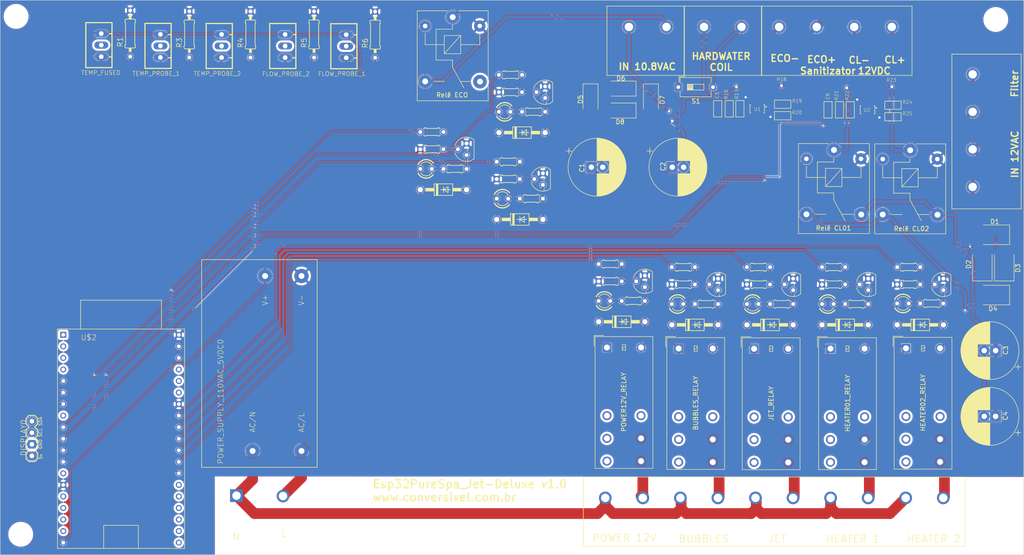
<source format=kicad_pcb>
(kicad_pcb (version 20221018) (generator pcbnew)
  (title_block (title "Esp32 Board por PureSpa Deluxe") (rev "Marcio Antão") (company "www.conversivel.com.br") (comment 1 "Make for 28461BR") (comment 2 "Alter Voltage 220v  font for 28462X"))
  (layers (0 "F.Cu" signal) (31 "B.Cu" signal) (34 "B.Paste" user) (35 "F.Paste" user) (36 "B.SilkS" user "B.Silkscreen") (37 "F.SilkS" user "F.Silkscreen") (38 "B.Mask" user) (39 "F.Mask" user) (44 "Edge.Cuts" user))
  (net 0 "")
  (net 1 "GND")
  (net 2 "SDA")
  (net 3 "SCL")
  (net 4 "S_PUMP")
  (net 5 "N$32")
  (net 6 "S_HEATER_2")
  (net 7 "S_HEATER_1")
  (net 8 "S_JET")
  (net 9 "+5V")
  (net 10 "S_BUBBLES")
  (net 11 "N$24")
  (net 12 "NEUTRAL")
  (net 13 "LEAD")
  (net 14 "LEAD_PUMP")
  (net 15 "LEAD_JET")
  (net 16 "LEAD_HEATER_1")
  (net 17 "LEAD_HEATER_2")
  (net 18 "12VDC-")
  (net 19 "12VDC+")
  (net 20 "12VAC+")
  (net 21 "12VAC_N")
  (net 22 "I2_ELT2")
  (net 23 "I2_ELT1")
  (net 24 "I1_ELT1")
  (net 25 "I1_ELT2")
  (net 26 "A_PUMP")
  (net 27 "A_BUBBLES")
  (net 28 "A_JET")
  (net 29 "A_HEATER_01")
  (net 30 "A_HEATER_02")
  (net 31 "10.8VAC+")
  (net 32 "10.8VAC_N")
  (net 33 "12VDC_CL")
  (net 34 "A_CL_R02")
  (net 35 "A_CL_R01")
  (net 36 "S_CL_R01")
  (net 37 "S_CL_R02")
  (net 38 "N$1")
  (net 39 "N$3")
  (net 40 "N$5")
  (net 41 "N$6")
  (net 42 "N$7")
  (net 43 "N$8")
  (net 44 "N$12")
  (net 45 "N$11")
  (net 46 "N$13")
  (net 47 "N$14")
  (net 48 "N$17")
  (net 49 "N$20")
  (net 50 "A_ECO")
  (net 51 "S_ECO")
  (net 52 "SENSOR_TFUSE")
  (net 53 "SENSOR_TPROBE01")
  (net 54 "SENSOR_TPROBE02")
  (net 55 "SENSOR_FPROBE02")
  (net 56 "SENSOR_FPROBE01")
  (net 57 "LEAD_BUBBLES")
  (net 58 "N$15")
  (net 59 "N$16")
  (footprint "intex_spa_V4:DO41-10" (layer "F.Cu") (at 124.966001 73.517637)
    (fp_text reference "D8" hide)
    (fp_text value "1N4007")
  )
  (footprint "intex_spa_V4:JST-XH-03-PACKAGE-LONG-PAD" (layer "F.Cu") (at 90.17 41.91 90)
    (fp_text reference "FLOW_PROBE_2")
    (fp_text value "JST-XH-3P")
  )
  (footprint "" (layer "F.Cu") (at 246.38 36.08)
    (fp_text reference "@HOLE2" hide)
    (fp_text value "")
  )
  (footprint "Adafruit_INA219_CurPowerMonitor:0805" (layer "F.Cu") (at 212.041202 55.951844 90)
    (fp_text reference "R21")
    (fp_text value "10K")
  )
  (footprint "Capacitor_THT:CP_Radial_D12.5mm_P2.50mm" (layer "F.Cu") (at 246.34 123.399725 180)
    (fp_text reference "C4")
    (fp_text value "CP_Radial_D12.5mm_P2.50mm" hide)
  )
  (footprint "Capacitor_THT:CP_Radial_D12.5mm_P2.50mm" (layer "F.Cu") (at 157.48 68.58)
    (fp_text reference "C1")
    (fp_text value "CP_Radial_D12.5mm_P2.50mm" hide)
  )
  (footprint "intex_spa_V4:DO41-10" (layer "F.Cu") (at 196.759881 103.26009)
    (fp_text reference "D13" hide)
    (fp_text value "1N4007")
  )
  (footprint "Adafruit_INA219_CurPowerMonitor:0805" (layer "F.Cu") (at 187.790202 55.725344 90)
    (fp_text reference "R16")
    (fp_text value "10K")
  )
  (footprint "Button_Switch_THT:SW_DIP_SPSTx01_Slide_6.7x4.1mm_W7.62mm_P2.54mm_LowProfile" (layer "F.Cu") (at 176.585753 50.963131)
    (fp_text reference "S1")
    (fp_text value "SW_DIP_SPSTx01_Slide_6.7x4.1mm_W7.62mm_P2.54mm_LowProfile" hide)
  )
  (footprint "Adafruit_INA219_CurPowerMonitor:SOT23-8" (layer "F.Cu") (at 193.940202 55.725344 180)
    (fp_text reference "U1")
    (fp_text value "INA219BIDCNT" hide)
  )
  (footprint "intex_spa_V4:ESP32-DEVKIT-C" (layer "F.Cu") (at 54.093703 125.776535)
    (fp_text reference "U$2")
    (fp_text value "ESP32-DEVKIT-C")
  )
  (footprint "intex_spa_V4:0204_5" (layer "F.Cu") (at 210.729881 94.37009 180)
    (fp_text reference "R34" hide)
    (fp_text value "10K")
  )
  (footprint "Diode_SMD:D_SMB" (layer "F.Cu") (at 245.758995 96.717773 180)
    (fp_text reference "D4")
    (fp_text value "SURS8360BT3G" hide)
  )
  (footprint "Relay_THT:Relay_SPDT_SANYOU_SRD_Series_Form_C" (layer "F.Cu") (at 127 35.56 -90)
    (fp_text reference "Relê ECO")
    (fp_text value "Relay_SPDT_SANYOU_SRD_Series_Form_C" hide)
  )
  (footprint "intex_spa_V4:TO92" (layer "F.Cu") (at 234.859881 94.37009 90)
    (fp_text reference "T_HEATER2_RELAY" hide)
    (fp_text value "BC547B")
  )
  (footprint "Diode_SMD:D_SMB" (layer "F.Cu") (at 243.417204 89.946566 90)
    (fp_text reference "D2")
    (fp_text value "SURS8360BT3G" hide)
  )
  (footprint "intex_spa_V4:0204_5" (layer "F.Cu") (at 127.506001 68.945637)
    (fp_text reference "R9" hide)
    (fp_text value "150")
  )
  (footprint "Diode_SMD:D_SMA" (layer "F.Cu") (at 163.800699 51.279844 180)
    (fp_text reference "D6")
    (fp_text value "1N4001" hide)
  )
  (footprint "Relay_THT:Relay_SPDT_SANYOU_SRD_Series_Form_C" (layer "F.Cu") (at 227.576577 64.842656 -90)
    (fp_text reference "Relê CL02")
    (fp_text value "Relay_SPDT_SANYOU_SRD_Series_Form_C" hide)
  )
  (footprint "intex_spa_V4:0204_5" (layer "F.Cu") (at 139.209911 71.183462 180)
    (fp_text reference "R11" hide)
    (fp_text value "10K")
  )
  (footprint "" (layer "F.Cu") (at 239.67407 100.013838)
    (fp_text reference "")
    (fp_text value "")
  )
  (footprint "" (layer "F.Cu") (at 240.754486 86.047546)
    (fp_text reference "")
    (fp_text value "")
  )
  (footprint "intex_spa_V4:0204_5" (layer "F.Cu") (at 144.289911 75.501462)
    (fp_text reference "R12" hide)
    (fp_text value "150")
  )
  (footprint "Capacitor_THT:CP_Radial_D12.5mm_P2.50mm" (layer "F.Cu") (at 246.34 108.928527 180)
    (fp_text reference "C3")
    (fp_text value "CP_Radial_D12.5mm_P2.50mm" hide)
  )
  (footprint "intex_spa_V4:JST-XH-03-PACKAGE-LONG-PAD" (layer "F.Cu") (at 103.597799 41.958322 90)
    (fp_text reference "FLOW_PROBE_1")
    (fp_text value "JST-XH-3P")
  )
  (footprint "intex_spa_V4:0207_10" (layer "F.Cu") (at 69.101522 39.348802 90)
    (fp_text reference "R3")
    (fp_text value "10K")
  )
  (footprint "Adafruit_INA219_CurPowerMonitor:0805" (layer "F.Cu") (at 223.779202 57.475844)
    (fp_text reference "R25")
    (fp_text value "10K")
  )
  (footprint "" (layer "F.Cu") (at 31.026606 35.399454)
    (fp_text reference "@HOLE1" hide)
    (fp_text value "")
  )
  (footprint "intex_spa_V4:0207_10" (layer "F.Cu") (at 82.55 39.37 90)
    (fp_text reference "R4")
    (fp_text value "10K")
  )
  (footprint "intex_spa_V4:LED3MM" (layer "F.Cu") (at 209.459881 98.68809)
    (fp_text reference "LED_HEATER1_RELAY" hide)
    (fp_text value "")
  )
  (footprint "" (layer "F.Cu") (at 79.473503 140.842664)
    (fp_text reference "")
    (fp_text value "")
  )
  (footprint "intex_spa_V4:0204_5" (layer "F.Cu") (at 194.219881 94.37009 180)
    (fp_text reference "R31" hide)
    (fp_text value "10K")
  )
  (footprint "intex_spa_V4:1X04" (layer "F.Cu") (at 34.500178 132.08 90)
    (fp_text reference "DISPLAY0")
    (fp_text value "4 PINS CONNECTOR" hide)
  )
  (footprint "Adafruit_INA219_CurPowerMonitor:0805" (layer "F.Cu") (at 209.501202 55.951844 -90)
    (fp_text reference "C6")
    (fp_text value "0.1µF")
  )
  (footprint "Relay_THT:Relay_SPDT_Omron_G2RL-1-E" (layer "F.Cu") (at 176.668681 108.469559)
    (fp_text reference "BUBBLES_RELAY")
    (fp_text value "Relay_SPDT_Omron_G2RL-1a-E" hide)
  )
  (footprint "intex_spa_V4:LED3MM" (layer "F.Cu") (at 137.939911 75.501462)
    (fp_text reference "LED_RELAY_CL2" hide)
    (fp_text value "")
  )
  (footprint "intex_spa_V4:LED3MM" (layer "F.Cu") (at 138.43 56.388)
    (fp_text reference "LED_RELAY_CL1" hide)
    (fp_text value "")
  )
  (footprint "intex_spa_V4:4PCV-04-006" (layer "F.Cu") (at 246.38 36.08 90)
    (fp_text reference "TERMINAL_BARRIER_POWER 12V" hide)
    (fp_text value "4PCV-04-006" hide)
  )
  (footprint "intex_spa_V4:0204_5" (layer "F.Cu") (at 194.219881 90.56009 180)
    (fp_text reference "R30" hide)
    (fp_text value "2K7")
  )
  (footprint "Adafruit_INA219_CurPowerMonitor:0805" (layer "F.Cu") (at 223.779202 54.943844)
    (fp_text reference "R24")
    (fp_text value "10K")
  )
  (footprint "Diode_SMD:D_SMA" (layer "F.Cu") (at 157.297659 53.760385 -90)
    (fp_text reference "D5")
    (fp_text value "1N4001" hide)
  )
  (footprint "intex_spa_V4:JST-XH-03-PACKAGE-LONG-PAD" (layer "F.Cu") (at 49.751126 41.715464 90)
    (fp_text reference "TEMP_FUSED")
    (fp_text value "JST-XH-3P")
  )
  (footprint "intex_spa_V4:0204_5" (layer "F.Cu") (at 139.209911 67.373462 180)
    (fp_text reference "R10" hide)
    (fp_text value "2K7")
  )
  (footprint "intex_spa_V4:TO92" (layer "F.Cu") (at 185.329881 94.37009 90)
    (fp_text reference "T_BUBBLES_RELAY" hide)
    (fp_text value "BC547B")
  )
  (footprint "intex_spa_V4:0204_5" (layer "F.Cu") (at 232.319881 98.56109)
    (fp_text reference "R38" hide)
    (fp_text value "150")
  )
  (footprint "Adafruit_INA219_CurPowerMonitor:0805" (layer "F.Cu") (at 185.250202 55.725344 -90)
    (fp_text reference "C5")
    (fp_text value "0.1µF")
  )
  (footprint "intex_spa_V4:LED3MM" (layer "F.Cu") (at 225.969881 98.56109)
    (fp_text reference "LED_HEATER2_RELAY" hide)
    (fp_text value "")
  )
  (footprint "Diode_SMD:D_SMB" (layer "F.Cu") (at 248.244203 89.946566 90)
    (fp_text reference "D3")
    (fp_text value "SURS8360BT3G" hide)
  )
  (footprint "Diode_SMD:D_SMA" (layer "F.Cu") (at 163.800699 56.106843 180)
    (fp_text reference "D8")
    (fp_text value "1N4001" hide)
  )
  (footprint "Adafruit_INA219_CurPowerMonitor:2512" (layer "F.Cu") (at 193.940202 50.566344)
    (fp_text reference "R18" hide)
    (fp_text value "0.1/1% (PT2512FK-070R1L)")
  )
  (footprint "Adafruit_INA219_CurPowerMonitor:0805" (layer "F.Cu") (at 199.528202 57.249344)
    (fp_text reference "R20")
    (fp_text value "10K")
  )
  (footprint "intex_spa_V4:TO92" (layer "F.Cu") (at 146.829911 71.183462 90)
    (fp_text reference "T_RELAY_CL2" hide)
    (fp_text value "BC547B")
  )
  (footprint "intex_spa_V4:0204_5" (layer "F.Cu") (at 177.709881 90.56009 180)
    (fp_text reference "R27" hide)
    (fp_text value "2K7")
  )
  (footprint "intex_spa_V4:LED3MM" (layer "F.Cu") (at 160.356329 98.005653)
    (fp_text reference "PUMP0" hide)
    (fp_text value "")
  )
  (footprint "intex_spa_V4:0204_5" (layer "F.Cu") (at 227.239881 90.56009 180)
    (fp_text reference "R36" hide)
    (fp_text value "2K7")
  )
  (footprint "intex_spa_V4:TO92" (layer "F.Cu") (at 169.246329 93.687653 90)
    (fp_text reference "T_PUMP_RELAY0" hide)
    (fp_text value "BC547B")
  )
  (footprint "intex_spa_V4:TO92" (layer "F.Cu") (at 218.349881 94.37009 90)
    (fp_text reference "T__HEATER1_RELAY" hide)
    (fp_text value "BC547B")
  )
  (footprint "intex_spa_V4:LED3MM" (layer "F.Cu") (at 176.439881 98.68809)
    (fp_text reference "LED_BUBBLES_RELAY" hide)
    (fp_text value "")
  )
  (footprint "intex_spa_V4:DO41-10" (layer "F.Cu") (at 229.779881 103.26009)
    (fp_text reference "D15" hide)
    (fp_text value "1N4007")
  )
  (footprint "Adafruit_INA219_CurPowerMonitor:2512" (layer "F.Cu") (at 218.191202 50.792844)
    (fp_text reference "R23" hide)
    (fp_text value "0.1/1% (PT2512FK-070R1L)")
  )
  (footprint "intex_spa_V4:TO92" (layer "F.Cu") (at 201.839881 94.37009 90)
    (fp_text reference "T_PUMP_RELAY1" hide)
    (fp_text value "BC547B")
  )
  (footprint "" (layer "F.Cu") (at 32.04 149.34)
    (fp_text reference "@HOLE0" hide)
    (fp_text value "")
  )
  (footprint "intex_spa_V4:IRM_05_10" (layer "F.Cu") (at 84.51215 111.75965 90)
    (fp_text reference "POWER_SUPPLY_110VAC_5VDC0")
    (fp_text value "IRM-10-05")
  )
  (footprint "intex_spa_V4:0204_5" (layer "F.Cu") (at 122.426001 60.817637 180)
    (fp_text reference "R7" hide)
    (fp_text value "2K7")
  )
  (footprint "Relay_THT:Relay_SPDT_SANYOU_SRD_Series_Form_C" (layer "F.Cu") (at 210.805392 64.784656 -90)
    (fp_text reference "Relê CL01")
    (fp_text value "Relay_SPDT_SANYOU_SRD_Series_Form_C" hide)
  )
  (footprint "Adafruit_INA219_CurPowerMonitor:SOT23-8" (layer "F.Cu") (at 218.191202 55.951844 180)
    (fp_text reference "U2")
    (fp_text value "INA219BIDCNT" hide)
  )
  (footprint "Relay_THT:Relay_SPDT_Omron_G2RL-1-E" (layer "F.Cu") (at 226.640023 108.416053)
    (fp_text reference "HEATER02_RELAY")
    (fp_text value "Relay_SPDT_Omron_G2RL-1a-E" hide)
  )
  (footprint "intex_spa_V4:LED3MM" (layer "F.Cu") (at 121.156001 68.945637)
    (fp_text reference "LED1" hide)
    (fp_text value "")
  )
  (footprint "intex_spa_V4:TO92" (layer "F.Cu") (at 147.32 52.07 90)
    (fp_text reference "T_RELAY_CL1" hide)
    (fp_text value "BC547B")
  )
  (footprint "intex_spa_V4:4PCV-10-006" (layer "F.Cu") (at 197.369062 146.416089)
    (fp_text reference "TERMINAL_BARRIER_POWER110v" hide)
    (fp_text value "4PCV-10-006" hide)
  )
  (footprint "intex_spa_V4:0204_5" (layer "F.Cu") (at 210.729881 90.56009 180)
    (fp_text reference "R33" hide)
    (fp_text value "2K7")
  )
  (footprint "Relay_THT:Relay_SPDT_Omron_G2RL-1-E" (layer "F.Cu") (at 160.901607 108.243264)
    (fp_text reference "POWER12V_RELAY")
    (fp_text value "Relay_SPDT_Omron_G2RL-1a-E" hide)
  )
  (footprint "Adafruit_INA219_CurPowerMonitor:0805" (layer "F.Cu") (at 214.381202 55.951844 90)
    (fp_text reference "R22")
    (fp_text value "10K")
  )
  (footprint "" (layer "F.Cu") (at 89.700481 140.929333)
    (fp_text reference "")
    (fp_text value "")
  )
  (footprint "Diode_SMD:D_SMA" (layer "F.Cu") (at 170.571906 53.765052 -90)
    (fp_text reference "D7")
    (fp_text value "1N4001" hide)
  )
  (footprint "intex_spa_V4:JST-XH-03-PACKAGE-LONG-PAD" (layer "F.Cu") (at 62.751522 41.888802 90)
    (fp_text reference "TEMP_PROBE_1")
    (fp_text value "JST-XH-3P")
  )
  (footprint "intex_spa_V4:0204_5" (layer "F.Cu") (at 139.7 48.26 180)
    (fp_text reference "R13" hide)
    (fp_text value "2K7")
  )
  (footprint "intex_spa_V4:0207_10" (layer "F.Cu") (at 56.101126 39.175464 90)
    (fp_text reference "R1")
    (fp_text value "10K")
  )
  (footprint "intex_spa_V4:LED3MM" (layer "F.Cu") (at 192.949881 98.68809)
    (fp_text reference "JET0" hide)
    (fp_text value "")
  )
  (footprint "intex_spa_V4:DO41-10" (layer "F.Cu") (at 213.269881 103.26009)
    (fp_text reference "D14" hide)
    (fp_text value "1N4007")
  )
  (footprint "intex_spa_V4:DO41-10" (layer "F.Cu") (at 142.24 60.96)
    (fp_text reference "D9" hide)
    (fp_text value "1N4007")
  )
  (footprint "intex_spa_V4:0204_5" (layer "F.Cu") (at 144.78 56.388)
    (fp_text reference "R15" hide)
    (fp_text value "150")
  )
  (footprint "intex_spa_V4:0207_10" (layer "F.Cu") (at 109.947799 39.418322 90)
    (fp_text reference "R6")
    (fp_text value "10K")
  )
  (footprint "Relay_THT:Relay_SPDT_Omron_G2RL-1-E" (layer "F.Cu") (at 210.038036 108.493093)
    (fp_text reference "HEATER01_RELAY")
    (fp_text value "Relay_SPDT_Omron_G2RL-1a-E" hide)
  )
  (footprint "intex_spa_V4:0204_5" (layer "F.Cu") (at 161.626329 89.877653 180)
    (fp_text reference "R24" hide)
    (fp_text value "2K7")
  )
  (footprint "intex_spa_V4:TO92" (layer "F.Cu") (at 130.046001 64.627637 90)
    (fp_text reference "T_RELAY_ECO" hide)
    (fp_text value "BC547B")
  )
  (footprint "intex_spa_V4:0204_5" (layer "F.Cu") (at 177.709881 94.37009 180)
    (fp_text reference "R28" hide)
    (fp_text value "10K")
  )
  (footprint "intex_spa_V4:0204_5" (layer "F.Cu") (at 161.626329 93.687653 180)
    (fp_text reference "R25" hide)
    (fp_text value "10K")
  )
  (footprint "intex_spa_V4:DO41-10" (layer "F.Cu") (at 141.749911 80.073462)
    (fp_text reference "D10" hide)
    (fp_text value "1N4007")
  )
  (footprint "Adafruit_INA219_CurPowerMonitor:0805" (layer "F.Cu") (at 199.528202 54.717344)
    (fp_text reference "R19")
    (fp_text value "10K")
  )
  (footprint "intex_spa_V4:0204_5" (layer "F.Cu") (at 227.239881 94.37009 180)
    (fp_text reference "R37" hide)
    (fp_text value "10K")
  )
  (footprint "Relay_THT:Relay_SPDT_Omron_G2RL-1-E" (layer "F.Cu") (at 193.251408 108.527339)
    (fp_text reference "JET_RELAY")
    (fp_text value "Relay_SPDT_Omron_G2RL-1a-E" hide)
  )
  (footprint "intex_spa_V4:0204_5" (layer "F.Cu") (at 139.7 52.07 180)
    (fp_text reference "R14" hide)
    (fp_text value "10K")
  )
  (footprint "" (layer "F.Cu") (at 248.92 149.86)
    (fp_text reference "@HOLE3" hide)
    (fp_text value "")
  )
  (footprint "intex_spa_V4:0204_5" (layer "F.Cu") (at 122.426001 64.627637 180)
    (fp_text reference "R8" hide)
    (fp_text value "10K")
  )
  (footprint "intex_spa_V4:0204_5" (layer "F.Cu") (at 199.299881 98.68809)
    (fp_text reference "R32" hide)
    (fp_text value "150")
  )
  (footprint "intex_spa_V4:0204_5" (layer "F.Cu") (at 182.789881 98.68809)
    (fp_text reference "R29" hide)
    (fp_text value "150")
  )
  (footprint "Diode_SMD:D_SMB" (layer "F.Cu") (at 245.763662 83.443526 180)
    (fp_text reference "D1")
    (fp_text value "SURS8360BT3G" hide)
  )
  (footprint "Capacitor_THT:CP_Radial_D12.5mm_P2.50mm" (layer "F.Cu") (at 175.26 68.58)
    (fp_text reference "C2")
    (fp_text value "CP_Radial_D12.5mm_P2.50mm" hide)
  )
  (footprint "intex_spa_V4:DO41-10" (layer "F.Cu") (at 164.166329 102.577653)
    (fp_text reference "D11" hide)
    (fp_text value "1N4007")
  )
  (footprint "intex_spa_V4:JST-XH-03-PACKAGE-LONG-PAD" (layer "F.Cu") (at 76.2 41.91 90)
    (fp_text reference "TEMP_PROBE_2")
    (fp_text value "JST-XH-3P")
  )
  (footprint "intex_spa_V4:0204_5" (layer "F.Cu") (at 215.809881 98.68809)
    (fp_text reference "R35" hide)
    (fp_text value "150")
  )
  (footprint "Adafruit_INA219_CurPowerMonitor:0805" (layer "F.Cu") (at 190.130202 55.725344 90)
    (fp_text reference "R17")
    (fp_text value "10K")
  )
  (footprint "intex_spa_V4:4PCV-08-006" (layer "F.Cu") (at 202.565 42.792914)
    (fp_text reference "TERMINAL_BARRIER_POWER 12V" hide)
    (fp_text value "4PCV-08-006" hide)
  )
  (footprint "intex_spa_V4:0207_10" (layer "F.Cu") (at 96.52 39.37 90)
    (fp_text reference "R5")
    (fp_text value "10K")
  )
  (footprint "intex_spa_V4:DO41-10" (layer "F.Cu") (at 180.249881 103.26009)
    (fp_text reference "D12" hide)
    (fp_text value "1N4007")
  )
  (footprint "intex_spa_V4:0204_5" (layer "F.Cu") (at 166.706329 98.005653)
    (fp_text reference "R26" hide)
    (fp_text value "150")
  )
  (gr_line (start 194.907877 33.151276) (end 194.907877 48.379397) (stroke (width 0.2)) (layer "F.SilkS"))
  (gr_line (start 177.907518 33.151276) (end 177.891765 48.313759) (stroke (width 0.2)) (layer "F.SilkS"))
  (gr_line locked (start 27.54 31.84) (end 27.54 153.84) (stroke (width 0.1)) (layer "Edge.Cuts"))
  (gr_line locked (start 252.529123 31.84) (end 252.529123 153.839819) (stroke (width 0.1)) (layer "Edge.Cuts"))
  (gr_line locked (start 252.529123 31.84) (end 27.54 31.84) (stroke (width 0.1)) (layer "Edge.Cuts"))
  (gr_line locked (start 252.538704 153.839819) (end 27.538704 153.839819) (stroke (width 0.1)) (layer "Edge.Cuts"))
  (gr_text "HEATER 1" (at 208.972213 151.3) (layer "F.SilkS") (effects (font (size 1.63576 1.63576) (thickness 0.14224)) (justify left bottom)))
  (gr_text "CL-" (at 213.861637 45.885136) (layer "F.SilkS") (effects (font (size 1.5 1.5) (thickness 0.3) bold) (justify left bottom)))
  (gr_text "Filter" (at 251.41173 53.34 90) (layer "F.SilkS") (effects (font (size 1.5 1.5) (thickness 0.3) bold) (justify left bottom)))
  (gr_text "IN 12VAC" (at 251.46 71.12 90) (layer "F.SilkS") (effects (font (size 1.5 1.5) (thickness 0.3) bold) (justify left bottom)))
  (gr_text "12VDC" (at 215.9 48.26) (layer "F.SilkS") (effects (font (size 1.5 1.5) (thickness 0.3) bold) (justify left bottom)))
  (gr_text "L" (at 89.151575 150.060799) (layer "F.SilkS") (effects (font (size 1.63576 1.63576) (thickness 0.14224)) (justify left bottom)))
  (gr_text "N" (at 78.462361 150.869713) (layer "F.SilkS") (effects (font (size 1.63576 1.63576) (thickness 0.14224)) (justify left bottom)))
  (gr_text "GND" (at 36.788963 130.657628 90) (layer "F.SilkS") (effects (font (size 0.7 0.7) (thickness 0.1)) (justify left bottom)))
  (gr_text "CL+" (at 221.738251 45.819498) (layer "F.SilkS") (effects (font (size 1.5 1.5) (thickness 0.3) bold) (justify left bottom)))
  (gr_text "R18" (at 198.156689 49.696684) (layer "F.SilkS") (effects (font (size 0.747776 0.747776) (thickness 0.065024)) (justify left bottom)))
  (gr_text "SCL" (at 36.788963 127.995826 90) (layer "F.SilkS") (effects (font (size 0.7 0.7) (thickness 0.1)) (justify left bottom)))
  (gr_text "IN 10.8VAC" (at 163.320029 47.329182) (layer "F.SilkS") (effects (font (size 1.5 1.5) (thickness 0.3) bold) (justify left bottom)))
  (gr_text "HARDWATER\nCOIL" (at 186.007182 47.463244) (layer "F.SilkS") (effects (font (size 1.5 1.5) (thickness 0.3) bold) (justify bottom)))
  (gr_text "SDA" (at 36.808827 125.532666 90) (layer "F.SilkS") (effects (font (size 0.7 0.7) (thickness 0.1)) (justify left bottom)))
  (gr_text "Esp32PureSpa_Jet-Deluxe v1.0\nwww.conversivel.com.br" (at 109.22 142.24) (layer "F.SilkS") (effects (font (size 1.8 1.8) (thickness 0.3) bold) (justify left bottom)))
  (gr_text "5v" (at 36.848555 132.902281 90) (layer "F.SilkS") (effects (font (size 0.7 0.7) (thickness 0.1)) (justify left bottom)))
  (gr_text "ECO+" (at 204.753645 45.753859) (layer "F.SilkS") (effects (font (size 1.5 1.5) (thickness 0.3) bold) (justify left bottom)))
  (gr_text "POWER 12V" (at 157.591869 151.088963) (layer "F.SilkS") (effects (font (size 1.63576 1.63576) (thickness 0.14224)) (justify left bottom)))
  (gr_text "JET" (at 196.272213 151.3) (layer "F.SilkS") (effects (font (size 1.63576 1.63576) (thickness 0.14224)) (justify left bottom)))
  (gr_text "Sanitizator" (at 203.2 48.26) (layer "F.SilkS") (effects (font (size 1.5 1.5) (thickness 0.3) bold) (justify left bottom)))
  (gr_text "BUBBLES" (at 176.597753 151.297595) (layer "F.SilkS") (effects (font (size 1.63576 1.63576) (thickness 0.14224)) (justify left bottom)))
  (gr_text "R23" (at 222.306617 49.871684) (layer "F.SilkS") (effects (font (size 0.747776 0.747776) (thickness 0.065024)) (justify left bottom)))
  (gr_text "HEATER 2" (at 226.752213 151.3) (layer "F.SilkS") (effects (font (size 1.63576 1.63576) (thickness 0.14224)) (justify left bottom)))
  (gr_text "ECO-" (at 196.680115 45.491305) (layer "F.SilkS") (effects (font (size 1.5 1.5) (thickness 0.3) bold) (justify left bottom)))
  (segment (start 246.38 86.36182) (end 246.38 83.82182) (width 0.2) (layer "B.Cu") (net 0))
  (segment (start 198.578202 57.249344) (end 198.578202 54.717344) (width 0.254) (layer "F.Cu") (net 1))
  (segment (start 217.707702 53.693344) (end 215.911202 53.693344) (width 0.2) (layer "F.Cu") (net 1))
  (segment (start 193.615202 54.425344) (end 193.617202 53.751344) (width 0.254) (layer "F.Cu") (net 1))
  (segment (start 222.829202 54.943844) (end 222.829202 57.475844) (width 0.2) (layer "F.Cu") (net 1))
  (segment (start 193.617202 53.751344) (end 193.305202 53.439344) (width 0.254) (layer "F.Cu") (net 1))
  (segment (start 193.305202 53.439344) (end 191.654202 53.439344) (width 0.254) (layer "F.Cu") (net 1))
  (segment (start 217.866202 54.651844) (end 217.866202 53.851844) (width 0.2) (layer "F.Cu") (net 1))
  (segment (start 191.654202 53.439344) (end 191.400202 53.185344) (width 0.254) (layer "F.Cu") (net 1))
  (segment (start 217.866202 53.851844) (end 217.707702 53.693344) (width 0.2) (layer "F.Cu") (net 1))
  (segment (start 197.115202 57.249344) (end 196.861202 57.503344) (width 0.254) (layer "F.Cu") (net 1))
  (segment (start 222.520504 57.385767) (end 221.057504 57.385767) (width 0.254) (layer "F.Cu") (net 1))
  (segment (start 198.578202 57.249344) (end 197.115202 57.249344) (width 0.254) (layer "F.Cu") (net 1))
  (via (at 215.911202 53.693344) (size 1.008) (drill 0.5) (layers "F.Cu" "B.Cu") (net 1))
  (via (at 191.400202 53.185344) (size 1.008) (drill 0.5) (layers "F.Cu" "B.Cu") (net 1))
  (via (at 220.803504 57.639767) (size 1.008) (drill 0.5) (layers "F.Cu" "B.Cu") (net 1))
  (via (at 196.861202 57.503344) (size 1.008) (drill 0.5) (layers "F.Cu" "B.Cu") (net 1))
  (segment (start 191.400202 53.185344) (end 191.146202 53.185344) (width 0.254) (layer "B.Cu") (net 1))
  (segment (start 196.861202 57.503344) (end 196.861202 57.630344) (width 0.254) (layer "B.Cu") (net 1))
  (segment (start 217.683202 56.205844) (end 217.866202 56.388844) (width 0.254) (layer "F.Cu") (net 2))
  (segment (start 217.866202 57.855844) (end 217.866202 57.251844) (width 0.254) (layer "F.Cu") (net 2))
  (segment (start 198.67916 58.873344) (end 194.55557 58.873344) (width 0.254) (layer "F.Cu") (net 2))
  (segment (start 214.381202 56.901844) (end 215.463202 56.901844) (width 0.254) (layer "F.Cu") (net 2))
  (segment (start 198.824649 59.018833) (end 198.67916 58.873344) (width 0.254) (layer "F.Cu") (net 2))
  (segment (start 194.55557 58.873344) (end 193.615202 57.932976) (width 0.254) (layer "F.Cu") (net 2))
  (segment (start 215.463202 56.901844) (end 216.159202 56.205844) (width 0.254) (layer "F.Cu") (net 2))
  (segment (start 40.077168 124.46) (end 41.393703 125.776535) (width 0.2) (layer "F.Cu") (net 2))
  (segment (start 193.615202 57.025344) (end 193.615202 56.162344) (width 0.254) (layer "F.Cu") (net 2))
  (segment (start 191.908202 55.979344) (end 193.432202 55.979344) (width 0.254) (layer "F.Cu") (net 2))
  (segment (start 208.466408 59.399844) (end 208.638908 59.227344) (width 0.254) (layer "F.Cu") (net 2))
  (segment (start 208.638908 59.227344) (end 216.494702 59.227344) (width 0.254) (layer "F.Cu") (net 2))
  (segment (start 34.500178 124.46) (end 40.077168 124.46) (width 0.2) (layer "F.Cu") (net 2))
  (segment (start 193.432202 55.979344) (end 193.615202 56.162344) (width 0.254) (layer "F.Cu") (net 2))
  (segment (start 198.824649 70.606879) (end 198.824649 59.018833) (width 0.254) (layer "F.Cu") (net 2))
  (segment (start 190.130202 56.675344) (end 191.212202 56.675344) (width 0.254) (layer "F.Cu") (net 2))
  (segment (start 216.494702 59.227344) (end 217.866202 57.855844) (width 0.254) (layer "F.Cu") (net 2))
  (segment (start 191.212202 56.675344) (end 191.908202 55.979344) (width 0.254) (layer "F.Cu") (net 2))
  (segment (start 193.615202 57.932976) (end 193.615202 57.025344) (width 0.254) (layer "F.Cu") (net 2))
  (segment (start 216.159202 56.205844) (end 217.683202 56.205844) (width 0.254) (layer "F.Cu") (net 2))
  (segment (start 217.866202 57.251844) (end 217.866202 56.388844) (width 0.254) (layer "F.Cu") (net 2))
  (via (at 198.824649 70.606879) (size 0.6) (drill 0.3) (layers "F.Cu" "B.Cu") (net 2))
  (via (at 208.466408 59.399844) (size 0.6) (drill 0.3) (layers "F.Cu" "B.Cu") (net 2))
  (segment (start 207.939228 58.872664) (end 199.036036 58.872664) (width 0.254) (layer "B.Cu") (net 2))
  (segment (start 199.036036 58.872664) (end 198.824649 59.084051) (width 0.254) (layer "B.Cu") (net 2))
  (segment (start 208.466408 59.399844) (end 207.939228 58.872664) (width 0.254) (layer "B.Cu") (net 2))
  (segment (start 198.824649 70.606879) (end 187.072043 70.606879) (width 0.254) (layer "B.Cu") (net 2))
  (segment (start 198.824649 59.084051) (end 198.824649 70.606879) (width 0.254) (layer "B.Cu") (net 2))
  (segment (start 41.393703 125.77344) (end 41.393703 125.776535) (width 0.254) (layer "B.Cu") (net 2))
  (segment (start 187.072043 70.606879) (end 174.721679 82.957243) (width 0.254) (layer "B.Cu") (net 2))
  (segment (start 174.721679 82.957243) (end 84.2099 82.957243) (width 0.254) (layer "B.Cu") (net 2))
  (segment (start 84.2099 82.957243) (end 41.393703 125.77344) (width 0.254) (layer "B.Cu") (net 2))
  (segment (start 198.703475 71.473344) (end 199.351649 70.82517) (width 0.254) (layer "F.Cu") (net 3))
  (segment (start 187.790202 56.675344) (end 187.790202 57.911344) (width 0.254) (layer "F.Cu") (net 3))
  (segment (start 199.829924 58.873344) (end 212.113702 58.873344) (width 0.254) (layer "F.Cu") (net 3))
  (segment (start 199.351649 59.351619) (end 199.829924 58.873344) (width 0.254) (layer "F.Cu") (net 3))
  (segment (start 217.216202 57.942844) (end 216.667202 58.491844) (width 0.254) (layer "F.Cu") (net 3))
  (segment (start 34.500178 127) (end 40.077168 127) (width 0.2) (layer "F.Cu") (net 3))
  (segment (start 40.077168 127) (end 41.393703 128.316535) (width 0.2) (layer "F.Cu") (net 3))
  (segment (start 192.965202 57.025344) (end 192.965202 57.716344) (width 0.254) (layer "F.Cu") (net 3))
  (segment (start 192.490202 60.752344) (end 192.490202 58.339344) (width 0.254) (layer "F.Cu") (net 3))
  (segment (start 187.790202 57.911344) (end 188.244202 58.265344) (width 0.254) (layer "F.Cu") (net 3))
  (segment (start 212.113702 58.873344) (end 212.495202 58.491844) (width 0.254) (layer "F.Cu") (net 3))
  (segment (start 195.591202 71.473344) (end 198.703475 71.473344) (width 0.254) (layer "F.Cu") (net 3))
  (segment (start 199.351649 70.82517) (end 199.351649 59.351619) (width 0.254) (layer "F.Cu") (net 3))
  (segment (start 195.591202 71.473344) (end 195.591202 63.853344) (width 0.254) (layer "F.Cu") (net 3))
  (segment (start 217.216202 57.251844) (end 217.216202 57.942844) (width 0.254) (layer "F.Cu") (net 3))
  (segment (start 212.041202 58.137844) (end 212.495202 58.491844) (width 0.254) (layer "F.Cu") (net 3))
  (segment (start 192.965202 57.716344) (end 192.416202 58.265344) (width 0.254) (layer "F.Cu") (net 3))
  (segment (start 195.591202 63.853344) (end 192.490202 60.752344) (width 0.254) (layer "F.Cu") (net 3))
  (segment (start 188.244202 58.265344) (end 192.416202 58.265344) (width 0.254) (layer "F.Cu") (net 3))
  (segment (start 192.490202 58.339344) (end 192.416202 58.265344) (width 0.254) (layer "F.Cu") (net 3))
  (segment (start 212.495202 58.491844) (end 216.667202 58.491844) (width 0.254) (layer "F.Cu") (net 3))
  (segment (start 212.041202 56.901844) (end 212.041202 58.137844) (width 0.254) (layer "F.Cu") (net 3))
  (via (at 195.591202 71.473344) (size 0.6) (drill 0.3) (layers "F.Cu" "B.Cu") (net 3))
  (segment (start 85.636172 83.82) (end 82.725565 86.730607) (width 0.254) (layer "B.Cu") (net 3))
  (segment (start 82.725565 86.730607) (end 82.725565 86.995494) (width 0.254) (layer "B.Cu") (net 3))
  (segment (start 82.725565 86.995494) (end 41.404524 128.316535) (width 0.254) (layer "B.Cu") (net 3))
  (segment (start 41.404524 128.316535) (end 41.393703 128.316535) (width 0.254) (layer "B.Cu") (net 3))
  (segment (start 187.606656 71.473344) (end 175.26 83.82) (width 0.254) (layer "B.Cu") (net 3))
  (segment (start 195.591202 71.473344) (end 187.606656 71.473344) (width 0.254) (layer "B.Cu") (net 3))
  (segment (start 175.26 83.82) (end 85.636172 83.82) (width 0.254) (layer "B.Cu") (net 3))
  (segment (start 66.793703 133.396535) (end 91.44 108.750238) (width 0.4) (layer "B.Cu") (net 4))
  (segment (start 158.108676 88.9) (end 159.086329 89.877653) (width 0.4) (layer "B.Cu") (net 4))
  (segment (start 91.44 88.9) (end 158.108676 88.9) (width 0.4) (layer "B.Cu") (net 4))
  (segment (start 91.44 108.750238) (end 91.44 88.9) (width 0.4) (layer "B.Cu") (net 4))
  (segment (start 164.166329 93.687653) (end 164.166329 89.877653) (width 0.4064) (layer "F.Cu") (net 5))
  (segment (start 167.341329 93.687653) (end 164.166329 93.687653) (width 0.4064) (layer "F.Cu") (net 5))
  (segment (start 220.236054 86.096263) (end 224.699881 90.56009) (width 0.4064) (layer "B.Cu") (net 6))
  (segment (start 88.240037 87.258963) (end 89.402737 86.096263) (width 0.4064) (layer "B.Cu") (net 6))
  (segment (start 89.402737 86.096263) (end 220.236054 86.096263) (width 0.4064) (layer "B.Cu") (net 6))
  (segment (start 88.240037 101.790201) (end 88.240037 87.258963) (width 0.4064) (layer "B.Cu") (net 6))
  (segment (start 66.793703 123.236535) (end 88.240037 101.790201) (width 0.4064) (layer "B.Cu") (net 6))
  (segment (start 88.968748 87.93555) (end 89.271261 87.633037) (width 0.4064) (layer "B.Cu") (net 7))
  (segment (start 204.424047 86.794256) (end 208.189881 90.56009) (width 0.4064) (layer "B.Cu") (net 7))
  (segment (start 66.793703 125.776535) (end 88.968748 103.60149) (width 0.4064) (layer "B.Cu") (net 7))
  (segment (start 89.271261 87.619892) (end 90.096897 86.794256) (width 0.4064) (layer "B.Cu") (net 7))
  (segment (start 88.968748 103.60149) (end 88.968748 87.93555) (width 0.4064) (layer "B.Cu") (net 7))
  (segment (start 90.096897 86.794256) (end 204.424047 86.794256) (width 0.4064) (layer "B.Cu") (net 7))
  (segment (start 89.271261 87.633037) (end 89.271261 87.619892) (width 0.4064) (layer "B.Cu") (net 7))
  (segment (start 188.598842 87.479051) (end 191.679881 90.56009) (width 0.4064) (layer "B.Cu") (net 8))
  (segment (start 90.786258 87.479051) (end 188.598842 87.479051) (width 0.4064) (layer "B.Cu") (net 8))
  (segment (start 89.777661 105.332577) (end 89.777661 88.487648) (width 0.4064) (layer "B.Cu") (net 8))
  (segment (start 89.777661 88.487648) (end 90.786258 87.479051) (width 0.4064) (layer "B.Cu") (net 8))
  (segment (start 66.793703 128.316535) (end 89.777661 105.332577) (width 0.4064) (layer "B.Cu") (net 8))
  (segment (start 137.16 56.388) (end 137.16 60.96) (width 0.4064) (layer "F.Cu") (net 9))
  (segment (start 237.969994 55.115069) (end 236.020769 53.165844) (width 0.254) (layer "F.Cu") (net 9))
  (segment (start 224.699881 98.56109) (end 224.699881 103.26009) (width 0.4064) (layer "F.Cu") (net 9))
  (segment (start 136.669911 85.278992) (end 136.669911 80.073462) (width 0.4) (layer "F.Cu") (net 9))
  (segment (start 237.961336 55.123727) (end 237.961336 63.353024) (width 0.254) (layer "F.Cu") (net 9))
  (segment (start 160.327061 107.926501) (end 160.387061 107.866501) (width 0.4064) (layer "F.Cu") (net 9))
  (segment (start 192.416202 55.217344) (end 192.670202 55.471344) (width 0.254) (layer "F.Cu") (net 9))
  (segment (start 192.949881 108.46009) (end 193.009881 108.40009) (width 0.4064) (layer "F.Cu") (net 9))
  (segment (start 176.699431 110.549833) (end 176.699431 108.700309) (width 0.4064) (layer "F.Cu") (net 9))
  (segment (start 31.35 132.08) (end 31.35 122.09) (width 0.4064) (layer "F.Cu") (net 9))
  (segment (start 157.48 85.28965) (end 183.515 85.28965) (width 0.4) (layer "F.Cu") (net 9))
  (segment (start 216.667202 55.443844) (end 216.667202 54.725844) (width 0.254) (layer "F.Cu") (net 9))
  (segment (start 190.406202 54.499344) (end 192.416202 54.499344) (width 0.254) (layer "F.Cu") (net 9))
  (segment (start 29.863684 77.453334) (end 29.863684 41.448914) (width 0.4064) (layer "F.Cu") (net 9))
  (segment (start 209.501202 53.314626) (end 209.501202 55.001844) (width 0.254) (layer "F.Cu") (net 9))
  (segment (start 41.393703 151.176535) (end 40.269035 151.176535) (width 0.4064) (layer "F.Cu") (net 9))
  (segment (start 136.652 55.88) (end 137.16 56.388) (width 0.4) (layer "F.Cu") (net 9))
  (segment (start 209.529147 53.286681) (end 209.501202 53.314626) (width 0.254) (layer "F.Cu") (net 9))
  (segment (start 136.669911 75.501462) (end 136.669911 80.073462) (width 0.4064) (layer "F.Cu") (net 9))
  (segment (start 208.28 110.68965) (end 224.627926 110.68965) (width 0.4064) (layer "F.Cu") (net 9))
  (segment (start 31.35 142.2575) (end 31.35 132.08) (width 0.4064) (layer "F.Cu") (net 9))
  (segment (start 191.679881 98.68809) (end 191.679881 103.26009) (width 0.4064) (layer "F.Cu") (net 9))
  (segment (start 49.589528 39.013866) (end 49.751126 39.175464) (width 0.4064) (layer "F.Cu") (net 9))
  (segment (start 29.865033 120.605033) (end 29.865033 76.231627) (width 0.4064) (layer "F.Cu") (net 9))
  (segment (start 192.670202 55.471344) (end 195.972202 55.471344) (width 0.254) (layer "F.Cu") (net 9))
  (segment (start 176.044243 108.045121) (end 176.699431 108.700309) (width 0.4064) (layer "F.Cu") (net 9))
  (segment (start 220.477202 55.443844) (end 220.223202 55.697844) (width 0.254) (layer "F.Cu") (net 9))
  (segment (start 187.790202 54.775344) (end 190.130202 54.775344) (width 0.254) (layer "F.Cu") (net 9))
  (segment (start 235.555018 110.68965) (end 237.961336 108.283332) (width 0.254) (layer "F.Cu") (net 9))
  (segment (start 184.984202 54.709344) (end 185.250202 54.775344) (width 0.254) (layer "F.Cu") (net 9))
  (segment (start 119.886001 85.250644) (end 119.925007 85.28965) (width 0.4) (layer "F.Cu") (net 9))
  (segment (start 209.18181 52.939344) (end 209.529147 53.286681) (width 0.254) (layer "F.Cu") (net 9))
  (segment (start 157.313129 96.232453) (end 159.086329 98.005653) (width 0.4) (layer "F.Cu") (net 9))
  (segment (start 220.477202 54.173844) (end 220.477202 55.443844) (width 0.254) (layer "F.Cu") (net 9))
  (segment (start 196.226202 53.947344) (end 197.234202 52.939344) (width 0.254) (layer "F.Cu") (net 9))
  (segment (start 221.485202 53.165844) (end 220.477202 54.173844) (width 0.254) (layer "F.Cu") (net 9))
  (segment (start 193.282158 110.617609) (end 193.282158 108.758089) (width 0.4064) (layer "F.Cu") (net 9))
  (segment (start 220.223202 55.697844) (end 216.921202 55.697844) (width 0.254) (layer "F.Cu") (net 9))
  (segment (start 195.972202 55.471344) (end 196.226202 55.217344) (width 0.254) (layer "F.Cu") (net 9))
  (segment (start 157.48 85.28965) (end 157.313129 85.456521) (width 0.4) (layer "F.Cu") (net 9))
  (segment (start 212.041202 55.001844) (end 214.381202 55.001844) (width 0.254) (layer "F.Cu") (net 9))
  (segment (start 176.439881 108.46009) (end 176.499881 108.40009) (width 0.4064) (layer "F.Cu") (net 9))
  (segment (start 197.234202 52.939344) (end 209.18181 52.939344) (width 0.254) (layer "F.Cu") (net 9))
  (segment (start 191.679881 103.26009) (end 191.679881 107.07009) (width 0.4064) (layer "F.Cu") (net 9))
  (segment (start 175.169881 103.26009) (end 175.169881 107.07009) (width 0.4064) (layer "F.Cu") (net 9))
  (segment (start 210.068786 108.723843) (end 210.068786 108.900864) (width 0.4064) (layer "F.Cu") (net 9))
  (segment (start 31.35 132.08) (end 34.500178 132.08) (width 0.4064) (layer "F.Cu") (net 9))
  (segment (start 210.068786 108.900864) (end 208.28 110.68965) (width 0.4064) (layer "F.Cu") (net 9))
  (segment (start 236.020769 53.165844) (end 221.485202 53.165844) (width 0.254) (layer "F.Cu") (net 9))
  (segment (start 196.226202 55.217344) (end 196.226202 53.947344) (width 0.254) (layer "F.Cu") (net 9))
  (segment (start 193.354199 110.68965) (end 176.559614 110.68965) (width 0.4064) (layer "F.Cu") (net 9))
  (segment (start 31.35 122.09) (end 29.865033 120.605033) (width 0.4064) (layer "F.Cu") (net 9))
  (segment (start 216.667202 54.725844) (end 217.142202 54.725844) (width 0.254) (layer "F.Cu") (net 9))
  (segment (start 127 85.28965) (end 157.48 85.28965) (width 0.4) (layer "F.Cu") (net 9))
  (segment (start 29.863684 41.448914) (end 32.298732 39.013866) (width 0.4064) (layer "F.Cu") (net 9))
  (segment (start 208.189881 98.68809) (end 208.189881 103.26009) (width 0.4064) (layer "F.Cu") (net 9))
  (segment (start 85.76215 89.49785) (end 89.97035 85.28965) (width 0.4) (layer "F.Cu") (net 9))
  (segment (start 224.699881 103.26009) (end 224.699881 107.07009) (width 0.4064) (layer "F.Cu") (net 9))
  (segment (start 185.250202 54.775344) (end 187.790202 54.775344) (width 0.254) (layer "F.Cu") (net 9))
  (segment (start 29.865033 76.231627) (end 29.833406 76.2) (width 0.4064) (layer "F.Cu") (net 9))
  (segment (start 159.057061 102.726501) (end 159.057061 106.536501) (width 0.4064) (layer "F.Cu") (net 9))
  (segment (start 192.891202 54.499344) (end 192.965202 54.425344) (width 0.254) (layer "F.Cu") (net 9))
  (segment (start 192.416202 54.499344) (end 192.416202 55.217344) (width 0.254) (layer "F.Cu") (net 9))
  (segment (start 176.559614 110.68965) (end 163.054627 110.68965) (width 0.4064) (layer "F.Cu") (net 9))
  (segment (start 119.886001 68.945637) (end 119.886001 73.517637) (width 0.4064) (layer "F.Cu") (net 9))
  (segment (start 157.313129 85.456521) (end 157.313129 96.232453) (width 0.4) (layer "F.Cu") (net 9))
  (segment (start 217.142202 54.725844) (end 217.216202 54.651844) (width 0.254) (layer "F.Cu") (net 9))
  (segment (start 209.501202 55.001844) (end 212.041202 55.001844) (width 0.254) (layer "F.Cu") (net 9))
  (segment (start 208.189881 107.19009) (end 209.459881 108.46009) (width 0.4064) (layer "F.Cu") (net 9))
  (segment (start 237.961336 108.283332) (end 237.961336 63.5) (width 0.254) (layer "F.Cu") (net 9))
  (segment (start 175.169881 107.07009) (end 176.499881 108.40009) (width 0.4064) (layer "F.Cu") (net 9))
  (segment (start 119.886001 68.945637) (end 119.886001 85.250644) (width 0.4) (layer "F.Cu") (net 9))
  (segment (start 136.659253 85.28965) (end 136.669911 85.278992) (width 0.4) (layer "F.Cu") (net 9))
  (segment (start 32.298732 39.013866) (end 49.589528 39.013866) (width 0.4064) (layer "F.Cu") (net 9))
  (segment (start 208.28 110.68965) (end 193.354199 110.68965) (width 0.4064) (layer "F.Cu") (net 9))
  (segment (start 224.699881 107.07009) (end 226.029881 108.40009) (width 0.4064) (layer "F.Cu") (net 9))
  (segment (start 225.969881 108.46009) (end 226.029881 108.40009) (width 0.4064) (layer "F.Cu") (net 9))
  (segment (start 85.76215 92.50965) (end 85.76215 89.49785) (width 0.4) (layer "F.Cu") (net 9))
  (segment (start 190.130202 54.775344) (end 190.406202 54.499344) (width 0.254) (layer "F.Cu") (net 9))
  (segment (start 134.896711 73.728262) (end 136.669911 75.501462) (width 0.4) (layer "F.Cu") (net 9))
  (segment (start 192.416202 54.499344) (end 192.891202 54.499344) (width 0.254) (layer "F.Cu") (net 9))
  (segment (start 214.657202 54.725844) (end 216.667202 54.725844) (width 0.254) (layer "F.Cu") (net 9))
  (segment (start 214.381202 55.001844) (end 214.657202 54.725844) (width 0.254) (layer "F.Cu") (net 9))
  (segment (start 176.559614 110.68965) (end 176.699431 110.549833) (width 0.4064) (layer "F.Cu") (net 9))
  (segment (start 159.086329 98.005653) (end 159.086329 102.577653) (width 0.4064) (layer "F.Cu") (net 9))
  (segment (start 175.169881 98.68809) (end 175.169881 103.26009) (width 0.4064) (layer "F.Cu") (net 9))
  (segment (start 226.670773 108.646803) (end 226.363025 108.646803) (width 0.4064) (layer "F.Cu") (net 9))
  (segment (start 216.921202 55.697844) (end 216.667202 55.443844) (width 0.254) (layer "F.Cu") (net 9))
  (segment (start 134.896711 73.728262) (end 134.896711 63.223289) (width 0.4) (layer "F.Cu") (net 9))
  (segment (start 193.354199 110.68965) (end 193.282158 110.617609) (width 0.4064) (layer "F.Cu") (net 9))
  (segment (start 191.679881 107.07009) (end 193.009881 108.40009) (width 0.4064) (layer "F.Cu") (net 9))
  (segment (start 134.896711 63.223289) (end 137.16 60.96) (width 0.4) (layer "F.Cu") (net 9))
  (segment (start 159.057061 106.536501) (end 160.387061 107.866501) (width 0.4064) (layer "F.Cu") (net 9))
  (segment (start 40.269035 151.176535) (end 31.35 142.2575) (width 0.4064) (layer "F.Cu") (net 9))
  (segment (start 224.627926 110.68965) (end 235.555018 110.68965) (width 0.254) (layer "F.Cu") (net 9))
  (segment (start 224.627926 110.68965) (end 226.670773 108.646803) (width 0.4064) (layer "F.Cu") (net 9))
  (segment (start 208.189881 103.26009) (end 208.189881 107.19009) (width 0.4064) (layer "F.Cu") (net 9))
  (segment (start 89.97035 85.28965) (end 127 85.28965) (width 0.4) (layer "F.Cu") (net 9))
  (segment (start 163.054627 110.68965) (end 160.85872 108.493743) (width 0.4064) (layer "F.Cu") (net 9))
  (segment (start 42.96215 149.608088) (end 41.393703 151.176535) (width 0.4) (layer "B.Cu") (net 9))
  (segment (start 49.751126 39.175464) (end 62.578184 39.175464) (width 0.4064) (layer "B.Cu") (net 9))
  (segment (start 68.753328 111.76) (end 66.04 111.76) (width 0.4) (layer "B.Cu") (net 9))
  (segment (start 66.04 111.76) (end 42.96215 134.83785) (width 0.4) (layer "B.Cu") (net 9))
  (segment (start 90.17 39.37) (end 103.549477 39.37) (width 0.4064) (layer "B.Cu") (net 9))
  (segment (start 103.597799 39.51106) (end 106.68 42.593261) (width 0.4064) (layer "B.Cu") (net 9))
  (segment (start 76.2 39.37) (end 90.17 39.37) (width 0.4064) (layer "B.Cu") (net 9))
  (segment (start 60.840944 39.187204) (end 76.017204 39.187204) (width 0.4064) (layer "B.Cu") (net 9))
  (segment (start 62.578184 39.175464) (end 62.751522 39.348802) (width 0.4064) (layer "B.Cu") (net 9))
  (segment (start 106.68 42.593261) (end 106.68 48.26) (width 0.4064) (layer "B.Cu") (net 9))
  (segment (start 76.017204 39.187204) (end 76.2 39.37) (width 0.4064) (layer "B.Cu") (net 9))
  (segment (start 42.96215 134.83785) (end 42.96215 149.608088) (width 0.4) (layer "B.Cu") (net 9))
  (segment (start 103.549477 39.37) (end 103.597799 39.418322) (width 0.4064) (layer "B.Cu") (net 9))
  (segment (start 103.597799 39.418322) (end 103.597799 39.51106) (width 0.4064) (layer "B.Cu") (net 9))
  (segment (start 85.76215 92.50965) (end 85.76215 94.751178) (width 0.4) (layer "B.Cu") (net 9))
  (segment (start 85.76215 94.751178) (end 68.753328 111.76) (width 0.4) (layer "B.Cu") (net 9))
  (segment (start 91.285367 88.146726) (end 172.756517 88.146726) (width 0.4) (layer "B.Cu") (net 10))
  (segment (start 66.793703 130.856535) (end 90.532093 107.118145) (width 0.4) (layer "B.Cu") (net 10))
  (segment (start 172.756517 88.146726) (end 175.169881 90.56009) (width 0.4) (layer "B.Cu") (net 10))
  (segment (start 90.532093 107.118145) (end 90.532093 88.9) (width 0.4) (layer "B.Cu") (net 10))
  (segment (start 90.532093 88.9) (end 91.285367 88.146726) (width 0.4) (layer "B.Cu") (net 10))
  (segment (start 180.249881 98.68809) (end 177.709881 98.68809) (width 0.4064) (layer "F.Cu") (net 11))
  (segment (start 210.242213 143.68) (end 210.069062 143.506849) (width 2.3622) (layer "F.Cu") (net 12))
  (segment (start 158.852202 144.78) (end 160.539062 143.09314) (width 2.3622) (layer "F.Cu") (net 12))
  (segment (start 193.732213 141.50924) (end 193.559062 141.336089) (width 2.3622) (layer "F.Cu") (net 12))
  (segment (start 209.142213 144.78) (end 210.242213 143.68) (width 2.3622) (layer "F.Cu") (net 12))
  (segment (start 211.342213 144.78) (end 223.135151 144.78) (width 2.3622) (layer "F.Cu") (net 12))
  (segment (start 83.01215 131.00965) (end 83.01215 137.304017) (width 2.3622) (layer "F.Cu") (net 12))
  (segment (start 177.222213 143.68) (end 178.322213 144.78) (width 2.3622) (layer "F.Cu") (net 12))
  (segment (start 194.832213 144.78) (end 209.142213 144.78) (width 2.3622) (layer "F.Cu") (net 12))
  (segment (start 176.122213 144.78) (end 177.222213 143.68) (width 2.3622) (layer "F.Cu") (net 12))
  (segment (start 193.732213 143.68) (end 193.732213 141.50924) (width 2.3622) (layer "F.Cu") (net 12))
  (segment (start 177.222213 143.68) (end 177.222213 141.50924) (width 2.3622) (layer "F.Cu") (net 12))
  (segment (start 192.632213 144.78) (end 193.732213 143.68) (width 2.3622) (layer "F.Cu") (net 12))
  (segment (start 210.242213 143.68) (end 211.342213 144.78) (width 2.3622) (layer "F.Cu") (net 12))
  (segment (start 193.732213 143.68) (end 194.832213 144.78) (width 2.3622) (layer "F.Cu") (net 12))
  (segment (start 79.473503 140.842664) (end 83.410839 144.78) (width 2.3622) (layer "F.Cu") (net 12))
  (segment (start 83.01215 137.304017) (end 79.473503 140.842664) (width 2.3622) (layer "F.Cu") (net 12))
  (segment (start 223.135151 144.78) (end 226.579062 141.336089) (width 2.3622) (layer "F.Cu") (net 12))
  (segment (start 177.222213 141.50924) (end 177.049062 141.336089) (width 2.3622) (layer "F.Cu") (net 12))
  (segment (start 178.322213 144.78) (end 192.632213 144.78) (width 2.3622) (layer "F.Cu") (net 12))
  (segment (start 160.539062 141.336089) (end 160.539062 143.09314) (width 2.3622) (layer "F.Cu") (net 12))
  (segment (start 83.410839 144.78) (end 158.852202 144.78) (width 2.3622) (layer "F.Cu") (net 12))
  (segment (start 160.539062 143.09314) (end 162.225922 144.78) (width 2.3622) (layer "F.Cu") (net 12))
  (segment (start 162.225922 144.78) (end 176.122213 144.78) (width 2.3622) (layer "F.Cu") (net 12))
  (segment (start 210.069062 143.506849) (end 210.069062 141.336089) (width 2.3622) (layer "F.Cu") (net 12))
  (segment (start 238.76 114.3) (end 238.76 124.036) (width 2.3622) (layer "F.Cu") (net 13))
  (segment (start 93.76215 136.867664) (end 89.700481 140.929333) (width 2.3622) (layer "F.Cu") (net 13))
  (segment (start 222.1513 114.724) (end 222.1513 123.436803) (width 2.3622) (layer "F.Cu") (net 13))
  (segment (start 172.72 114.724) (end 172.72 123.924871) (width 2.3622) (layer "F.Cu") (net 13))
  (segment (start 238.76 124.46) (end 234.803947 128.416053) (width 2.3622) (layer "F.Cu") (net 13))
  (segment (start 93.76215 132.335283) (end 93.76215 136.867664) (width 2.3622) (layer "F.Cu") (net 13))
  (segment (start 234.803947 128.416053) (end 234.140023 128.416053) (width 2.3622) (layer "F.Cu") (net 13))
  (segment (start 110.0478 114.3) (end 238.76 114.3) (width 2.3622) (layer "F.Cu") (net 13))
  (segment (start 172.72 123.924871) (end 168.401607 128.243264) (width 2.3622) (layer "F.Cu") (net 13))
  (segment (start 184.665167 128.469559) (end 184.168681 128.469559) (width 2.3622) (layer "F.Cu") (net 13))
  (segment (start 205.74 114.724) (end 205.74 124.020247) (width 2.3622) (layer "F.Cu") (net 13))
  (segment (start 93.76215 131.00965) (end 110.0478 114.724) (width 2.3622) (layer "F.Cu") (net 13))
  (segment (start 205.74 124.020247) (end 201.232908 128.527339) (width 2.3622) (layer "F.Cu") (net 13))
  (segment (start 201.232908 128.527339) (end 200.751408 128.527339) (width 2.3622) (layer "F.Cu") (net 13))
  (segment (start 222.1513 123.436803) (end 217.387228 128.200875) (width 2.3622) (layer "F.Cu") (net 13))
  (segment (start 188.882075 124.252651) (end 184.665167 128.469559) (width 2.3622) (layer "F.Cu") (net 13))
  (segment (start 189.002295 114.754351) (end 189.002295 123.955222) (width 2.3622) (layer "F.Cu") (net 13))
  (segment (start 168.794062 140.551179) (end 168.401607 140.943634) (width 2.3622) (layer "F.Cu") (net 14))
  (segment (start 168.401607 140.943634) (end 168.794062 141.336089) (width 0.2) (layer "F.Cu") (net 14))
  (segment (start 168.794062 133.635719) (end 168.794062 140.551179) (width 2.3622) (layer "F.Cu") (net 14))
  (segment (start 168.401607 133.243264) (end 168.794062 133.635719) (width 2.3622) (layer "F.Cu") (net 14))
  (segment (start 202.076113 141.074038) (end 201.814062 141.336089) (width 2.3622) (layer "F.Cu") (net 15))
  (segment (start 200.751408 133.527339) (end 202.076113 134.852044) (width 2.3622) (layer "F.Cu") (net 15))
  (segment (start 202.076113 134.852044) (end 202.076113 141.074038) (width 2.3622) (layer "F.Cu") (net 15))
  (segment (start 218.586113 134.54117) (end 218.586113 141.074038) (width 2.3622) (layer "F.Cu") (net 16))
  (segment (start 217.538036 133.493093) (end 218.586113 134.54117) (width 2.3622) (layer "F.Cu") (net 16))
  (segment (start 218.586113 141.074038) (end 218.324062 141.336089) (width 2.3622) (layer "F.Cu") (net 16))
  (segment (start 234.140023 133.416053) (end 235.096113 134.372143) (width 2.3622) (layer "F.Cu") (net 17))
  (segment (start 235.096113 134.372143) (end 235.096113 141.074038) (width 2.3622) (layer "F.Cu") (net 17))
  (segment (start 235.096113 141.074038) (end 234.834062 141.336089) (width 2.3622) (layer "F.Cu") (net 17))
  (segment (start 159.807274 58.42) (end 157.297659 55.910385) (width 0.8128) (layer "F.Cu") (net 18))
  (segment (start 194.265202 53.691344) (end 191.140202 50.566344) (width 0.3048) (layer "F.Cu") (net 18))
  (segment (start 191.129 45.338914) (end 198.755 37.712914) (width 0.8128) (layer "F.Cu") (net 18))
  (segment (start 160.031202 55.910385) (end 161.454241 55.910385) (width 0.8128) (layer "F.Cu") (net 18))
  (segment (start 159.807274 68.407274) (end 159.98 68.58) (width 0.8128) (layer "F.Cu") (net 18))
  (segment (start 243.613662 83.778734) (end 243.613662 86.177069) (width 0.8128) (layer "F.Cu") (net 18))
  (segment (start 243.613662 87.600108) (end 243.417204 87.796566) (width 0.8128) (layer "F.Cu") (net 18))
  (segment (start 189.368202 50.899344) (end 190.807202 50.899344) (width 0.8128) (layer "F.Cu") (net 18))
  (segment (start 191.140202 50.566344) (end 191.129 50.555142) (width 0.8128) (layer "F.Cu") (net 18))
  (segment (start 243.613662 86.177069) (end 243.613662 87.600108) (width 0.8128) (layer "F.Cu") (net 18))
  (segment (start 190.807202 50.899344) (end 191.140202 50.566344) (width 0.8128) (layer "F.Cu") (net 18))
  (segment (start 241.016604 86.040584) (end 243.613662 83.443526) (width 0.8128) (layer "F.Cu") (net 18))
  (segment (start 175.26 58.42) (end 159.807274 58.42) (width 0.8128) (layer "F.Cu") (net 18))
  (segment (start 161.454241 55.910385) (end 161.650699 56.106843) (width 0.8128) (layer "F.Cu") (net 18))
  (segment (start 191.129 50.555142) (end 191.129 45.338914) (width 0.8128) (layer "F.Cu") (net 18))
  (segment (start 157.632867 55.910385) (end 160.031202 55.910385) (width 0.8128) (layer "F.Cu") (net 18))
  (segment (start 194.265202 54.425344) (end 194.265202 53.691344) (width 0.3048) (layer "F.Cu") (net 18))
  (segment (start 159.807274 58.42) (end 159.807274 68.407274) (width 0.8128) (layer "F.Cu") (net 18))
  (segment (start 240.845078 86.040584) (end 241.016604 86.040584) (width 0.8128) (layer "F.Cu") (net 18))
  (via (at 175.26 58.42) (size 1.108) (drill 0.6) (layers "F.Cu" "B.Cu") (net 18))
  (via (at 189.368202 50.899344) (size 1.108) (drill 0.6) (layers "F.Cu" "B.Cu") (net 18))
  (segment (start 243.84 104.14182) (end 243.84 123.399725) (width 0.8) (layer "B.Cu") (net 18))
  (segment (start 175.26 58.42) (end 177.811202 55.868798) (width 0.8128) (layer "B.Cu") (net 18))
  (segment (start 239.596572 87.198392) (end 237.590488 85.192308) (width 0.8) (layer "B.Cu") (net 18))
  (segment (start 219.590048 76.2) (end 216.805392 78.984656) (width 0.8) (layer "B.Cu") (net 18))
  (segment (start 236.22 79.042656) (end 233.576577 79.042656) (width 0.8) (layer "B.Cu") (net 18))
  (segment (start 230.733921 76.2) (end 219.590048 76.2) (width 0.8) (layer "B.Cu") (net 18))
  (segment (start 186.927546 53.34) (end 189.368202 50.899344) (width 0.8128) (layer "B.Cu") (net 18))
  (segment (start 240.845078 86.040584) (end 240.75438 86.040584) (width 0.8) (layer "B.Cu") (net 18))
  (segment (start 185.42 53.34) (end 186.927546 53.34) (width 0.8128) (layer "B.Cu") (net 18))
  (segment (start 241.3 88.90182) (end 241.3 101.60182) (width 0.8) (layer "B.Cu") (net 18))
  (segment (start 233.576577 79.042656) (end 230.733921 76.2) (width 0.8) (layer "B.Cu") (net 18))
  (segment (start 177.811202 55.868798) (end 177.811202 53.351202) (width 0.8128) (layer "B.Cu") (net 18))
  (segment (start 239.596572 87.198392) (end 241.3 88.90182) (width 0.8) (layer "B.Cu") (net 18))
  (segment (start 177.8 53.34) (end 185.42 53.34) (width 0.8128) (layer "B.Cu") (net 18))
  (segment (start 177.811202 53.351202) (end 177.8 53.34) (width 0.8128) (layer "B.Cu") (net 18))
  (segment (start 182.245 50.849907) (end 182.245 37.712914) (width 0.8128) (layer "B.Cu") (net 18))
  (segment (start 185.42 53.34) (end 184.735093 53.34) (width 0.8128) (layer "B.Cu") (net 18))
  (segment (start 241.3 101.60182) (end 243.84 104.14182) (width 0.8) (layer "B.Cu") (net 18))
  (segment (start 184.735093 53.34) (end 182.245 50.849907) (width 0.8128) (layer "B.Cu") (net 18))
  (segment (start 240.75438 86.040584) (end 239.596572 87.198392) (width 0.8) (layer "B.Cu") (net 18))
  (segment (start 175.26 58.42) (end 177.76 60.92) (width 0.8128) (layer "B.Cu") (net 18))
  (segment (start 237.590488 79.042656) (end 236.22 79.042656) (width 0.8) (layer "B.Cu") (net 18))
  (segment (start 237.590488 85.192308) (end 237.590488 79.042656) (width 0.8) (layer "B.Cu") (net 18))
  (segment (start 177.76 60.92) (end 177.76 68.58) (width 0.8128) (layer "B.Cu") (net 18))
  (segment (start 246.38 104.14182) (end 246.38 123.359725) (width 0.8128) (layer "F.Cu") (net 19))
  (segment (start 248.244203 99.06182) (end 248.92 99.737617) (width 0.8128) (layer "F.Cu") (net 19))
  (segment (start 203.963245 32.492476) (end 210.82 39.349231) (width 0.8128) (layer "F.Cu") (net 19))
  (segment (start 180.876872 42.423315) (end 190.807711 32.492476) (width 0.8128) (layer "F.Cu") (net 19))
  (segment (start 248.92 99.737617) (end 248.92 101.60182) (width 0.8128) (layer "F.Cu") (net 19))
  (segment (start 196.729 47.993914) (end 207.01 37.712914) (width 0.8128) (layer "F.Cu") (net 19))
  (segment (start 173.5536 70.2864) (end 159.1864 70.2864) (width 0.8128) (layer "F.Cu") (net 19))
  (segment (start 170.236698 51.279844) (end 165.950699 51.279844) (width 0.8128) (layer "F.Cu") (net 19))
  (segment (start 199.195202 50.566344) (end 196.740202 50.566344) (width 0.8128) (layer "F.Cu") (net 19))
  (segment (start 210.82 39.349231) (end 199.369231 50.8) (width 0.8128) (layer "F.Cu") (net 19))
  (segment (start 176.3204 56.156588) (end 176.3204 67.5196) (width 0.8128) (layer "F.Cu") (net 19))
  (segment (start 170.571906 51.615052) (end 170.571906 50.408094) (width 0.8128) (layer "F.Cu") (net 19))
  (segment (start 190.807711 32.492476) (end 203.963245 32.492476) (width 0.8128) (layer "F.Cu") (net 19))
  (segment (start 170.571906 50.408094) (end 176.3204 56.156588) (width 0.8128) (layer "F.Cu") (net 19))
  (segment (start 246.38 123.359725) (end 246.34 123.399725) (width 0.8128) (layer "F.Cu") (net 19))
  (segment (start 175.26 45.72) (end 176.585753 47.045753) (width 0.8128) (layer "F.Cu") (net 19))
  (segment (start 194.915202 54.425344) (end 194.915202 53.734344) (width 0.3048) (layer "F.Cu") (net 19))
  (segment (start 170.571906 50.408094) (end 175.26 45.72) (width 0.8128) (layer "F.Cu") (net 19))
  (segment (start 176.3204 67.5196) (end 175.26 68.58) (width 0.8128) (layer "F.Cu") (net 19))
  (segment (start 194.915202 53.734344) (end 196.734202 51.915344) (width 0.3048) (layer "F.Cu") (net 19))
  (segment (start 178.556685 42.423315) (end 180.876872 42.423315) (width 0.8128) (layer "F.Cu") (net 19))
  (segment (start 196.740202 50.566344) (end 196.729 50.555142) (width 0.8128) (layer "F.Cu") (net 19))
  (segment (start 240.645219 99.06182) (end 239.707344 99.999695) (width 0.8128) (layer "F.Cu") (net 19))
  (segment (start 175.26 45.72) (end 178.556685 42.423315) (width 0.8128) (layer "F.Cu") (net 19))
  (segment (start 176.585753 47.045753) (end 176.585753 50.963131) (width 0.8128) (layer "F.Cu") (net 19))
  (segment (start 159.1864 70.2864) (end 157.48 68.58) (width 0.8128) (layer "F.Cu") (net 19))
  (segment (start 170.571906 51.615052) (end 170.236698 51.279844) (width 0.8128) (layer "F.Cu") (net 19))
  (segment (start 248.244203 99.06182) (end 240.645219 99.06182) (width 0.8128) (layer "F.Cu") (net 19))
  (segment (start 248.92 101.60182) (end 246.38 104.14182) (width 0.8128) (layer "F.Cu") (net 19))
  (segment (start 248.244203 92.096566) (end 248.244203 99.06182) (width 0.8128) (layer "F.Cu") (net 19))
  (segment (start 196.729 50.555142) (end 196.729 47.993914) (width 0.8128) (layer "F.Cu") (net 19))
  (segment (start 196.734202 50.572344) (end 196.740202 50.566344) (width 0.3048) (layer "F.Cu") (net 19))
  (segment (start 199.274202 50.645344) (end 199.195202 50.566344) (width 0.8128) (layer "F.Cu") (net 19))
  (segment (start 196.734202 51.915344) (end 196.734202 50.572344) (width 0.3048) (layer "F.Cu") (net 19))
  (segment (start 175.26 68.58) (end 173.5536 70.2864) (width 0.8128) (layer "F.Cu") (net 19))
  (segment (start 199.380433 50.539113) (end 199.274202 50.645344) (width 0.8128) (layer "F.Cu") (net 19))
  (via (at 199.274202 50.645344) (size 1.108) (drill 0.6) (layers "F.Cu" "B.Cu") (net 19))
  (segment (start 239.707344 99.999695) (end 239.707344 96.297449) (width 0.8128) (layer "B.Cu") (net 19))
  (segment (start 208.28 81.28) (end 205.934656 78.934656) (width 0.8) (layer "B.Cu") (net 19))
  (segment (start 184.205753 44.007161) (end 184.205753 50.963131) (width 0.8) (layer "B.Cu") (net 19))
  (segment (start 190.5 37.712914) (end 184.205753 44.007161) (width 0.8) (layer "B.Cu") (net 19))
  (segment (start 222.402551 78.992656) (end 221.526577 78.992656) (width 0.8128) (layer "B.Cu") (net 19))
  (segment (start 239.707344 96.297449) (end 222.402551 78.992656) (width 0.8128) (layer "B.Cu") (net 19))
  (segment (start 219.239233 81.28) (end 208.28 81.28) (width 0.8) (layer "B.Cu") (net 19))
  (segment (start 205.934656 78.934656) (end 204.755392 78.934656) (width 0.8) (layer "B.Cu") (net 19))
  (segment (start 221.526577 78.992656) (end 219.239233 81.28) (width 0.8) (layer "B.Cu") (net 19))
  (segment (start 246.73383 109.066784) (end 246.595573 108.928527) (width 0.4064) (layer "B.Cu") (net 19))
  (segment (start 246.38 59.575) (end 246.38 57.15) (width 0.8128) (layer "F.Cu") (net 20))
  (segment (start 247.913662 86.165867) (end 246.38 84.632205) (width 0.8128) (layer "F.Cu") (net 20))
  (segment (start 241.3 52.07) (end 241.3 48.145) (width 0.8128) (layer "F.Cu") (net 20))
  (segment (start 246.38 57.15) (end 241.3 52.07) (width 0.8128) (layer "F.Cu") (net 20))
  (segment (start 246.38 69.735) (end 241.3 64.655) (width 0.8128) (layer "F.Cu") (net 20))
  (segment (start 248.244203 87.796566) (end 247.913662 87.466025) (width 0.8128) (layer "F.Cu") (net 20))
  (segment (start 247.913662 86.165867) (end 247.913662 83.778734) (width 0.8128) (layer "F.Cu") (net 20))
  (segment (start 246.38 84.632205) (end 246.38 69.735) (width 0.8128) (layer "F.Cu") (net 20))
  (segment (start 241.3 64.655) (end 246.38 59.575) (width 0.8128) (layer "F.Cu") (net 20))
  (segment (start 247.913662 87.466025) (end 247.913662 86.165867) (width 0.8128) (layer "F.Cu") (net 20))
  (segment (start 243.608995 93.785867) (end 243.608995 92.288357) (width 0.8128) (layer "F.Cu") (net 21))
  (segment (start 239.157612 80.299789) (end 239.157612 89.530437) (width 0.8128) (layer "F.Cu") (net 21))
  (segment (start 241.3 78.157401) (end 239.157612 80.299789) (width 0.8128) (layer "F.Cu") (net 21))
  (segment (start 241.3 69.22295) (end 241.3 78.157401) (width 0.8128) (layer "F.Cu") (net 21))
  (segment (start 239.157612 89.530437) (end 243.608995 93.98182) (width 0.8128) (layer "F.Cu") (net 21))
  (segment (start 241.3 56.4) (end 238.76 58.94) (width 0.8128) (layer "F.Cu") (net 21))
  (segment (start 243.608995 92.288357) (end 243.417204 92.096566) (width 0.8128) (layer "F.Cu") (net 21))
  (segment (start 238.76 58.94) (end 238.76 66.68295) (width 0.8128) (layer "F.Cu") (net 21))
  (segment (start 243.608995 93.98182) (end 243.608995 93.785867) (width 0.8128) (layer "F.Cu") (net 21))
  (segment (start 243.608995 96.717773) (end 243.608995 93.98182) (width 0.8128) (layer "F.Cu") (net 21))
  (segment (start 238.76 66.68295) (end 241.3 69.22295) (width 0.8128) (layer "F.Cu") (net 21))
  (segment (start 220.985202 54.427844) (end 221.739202 53.673844) (width 0.254) (layer "F.Cu") (net 22))
  (segment (start 219.334202 56.205844) (end 220.731202 56.205844) (width 0.254) (layer "F.Cu") (net 22))
  (segment (start 219.166202 57.251844) (end 219.166202 56.373844) (width 0.254) (layer "F.Cu") (net 22))
  (segment (start 225.049202 53.927844) (end 225.049202 54.877844) (width 0.254) (layer "F.Cu") (net 22))
  (segment (start 225.049202 54.877844) (end 224.729202 54.943844) (width 0.254) (layer "F.Cu") (net 22))
  (segment (start 219.334202 56.205844) (end 219.166202 56.373844) (width 0.254) (layer "F.Cu") (net 22))
  (segment (start 220.731202 56.205844) (end 220.985202 55.951844) (width 0.254) (layer "F.Cu") (net 22))
  (segment (start 224.795202 53.673844) (end 225.049202 53.927844) (width 0.254) (layer "F.Cu") (net 22))
  (segment (start 221.739202 53.673844) (end 224.795202 53.673844) (width 0.254) (layer "F.Cu") (net 22))
  (segment (start 220.985202 55.951844) (end 220.985202 54.427844) (width 0.254) (layer "F.Cu") (net 22))
  (segment (start 197.488202 53.447344) (end 200.544202 53.447344) (width 0.254) (layer "F.Cu") (net 23))
  (segment (start 195.083202 55.979344) (end 194.915202 56.147344) (width 0.254) (layer "F.Cu") (net 23))
  (segment (start 196.734202 54.201344) (end 197.488202 53.447344) (width 0.254) (layer "F.Cu") (net 23))
  (segment (start 194.915202 57.025344) (end 194.915202 56.147344) (width 0.254) (layer "F.Cu") (net 23))
  (segment (start 196.734202 55.725344) (end 196.734202 54.201344) (width 0.254) (layer "F.Cu") (net 23))
  (segment (start 200.544202 53.447344) (end 200.798202 53.701344) (width 0.254) (layer "F.Cu") (net 23))
  (segment (start 195.083202 55.979344) (end 196.480202 55.979344) (width 0.254) (layer "F.Cu") (net 23))
  (segment (start 200.798202 54.651344) (end 200.478202 54.717344) (width 0.254) (layer "F.Cu") (net 23))
  (segment (start 200.798202 53.701344) (end 200.798202 54.651344) (width 0.254) (layer "F.Cu") (net 23))
  (segment (start 196.480202 55.979344) (end 196.734202 55.725344) (width 0.254) (layer "F.Cu") (net 23))
  (segment (start 200.66 58.265344) (end 200.66 57.431142) (width 0.254) (layer "F.Cu") (net 24))
  (segment (start 200.406 58.519344) (end 200.66 58.265344) (width 0.254) (layer "F.Cu") (net 24))
  (segment (start 194.265202 58.082344) (end 194.702202 58.519344) (width 0.254) (layer "F.Cu") (net 24))
  (segment (start 200.66 57.431142) (end 200.478202 57.249344) (width 0.254) (layer "F.Cu") (net 24))
  (segment (start 194.702202 58.519344) (end 200.406 58.519344) (width 0.254) (layer "F.Cu") (net 24))
  (segment (start 194.265202 57.025344) (end 194.265202 58.082344) (width 0.254) (layer "F.Cu") (net 24))
  (segment (start 224.321196 58.745844) (end 224.729202 58.337838) (width 0.254) (layer "F.Cu") (net 25))
  (segment (start 224.729202 58.337838) (end 224.729202 57.475844) (width 0.254) (layer "F.Cu") (net 25))
  (segment (start 218.516202 57.251844) (end 218.516202 58.308844) (width 0.254) (layer "F.Cu") (net 25))
  (segment (start 218.953202 58.745844) (end 224.321196 58.745844) (width 0.254) (layer "F.Cu") (net 25))
  (segment (start 218.516202 58.308844) (end 218.953202 58.745844) (width 0.254) (layer "F.Cu") (net 25))
  (segment (start 169.246329 98.005653) (end 169.246329 102.577653) (width 0.4064) (layer "F.Cu") (net 26))
  (segment (start 169.246329 94.957653) (end 169.246329 98.005653) (width 0.4064) (layer "F.Cu") (net 26))
  (segment (start 169.246329 102.577653) (end 169.246329 107.398542) (width 0.4064) (layer "F.Cu") (net 26))
  (segment (start 169.246329 107.398542) (end 168.401607 108.243264) (width 0.4064) (layer "F.Cu") (net 26))
  (segment (start 185.329881 107.13009) (end 185.329881 103.26009) (width 0.4064) (layer "F.Cu") (net 27))
  (segment (start 185.329881 95.64009) (end 185.329881 98.68809) (width 0.4064) (layer "F.Cu") (net 27))
  (segment (start 185.329881 98.68809) (end 185.329881 103.26009) (width 0.4064) (layer "F.Cu") (net 27))
  (segment (start 185.329881 107.13009) (end 184.059881 108.40009) (width 0.4064) (layer "F.Cu") (net 27))
  (segment (start 201.839881 107.13009) (end 200.569881 108.40009) (width 0.4064) (layer "F.Cu") (net 28))
  (segment (start 201.839881 98.68809) (end 201.839881 103.26009) (width 0.4064) (layer "F.Cu") (net 28))
  (segment (start 201.839881 95.64009) (end 201.839881 98.68809) (width 0.4064) (layer "F.Cu") (net 28))
  (segment (start 201.839881 107.13009) (end 201.839881 103.26009) (width 0.4064) (layer "F.Cu") (net 28))
  (segment (start 218.349881 95.64009) (end 218.349881 98.68809) (width 0.4064) (layer "F.Cu") (net 29))
  (segment (start 218.349881 107.681248) (end 217.538036 108.493093) (width 0.4064) (layer "F.Cu") (net 29))
  (segment (start 217.538036 108.493093) (end 217.538036 108.633093) (width 0.4064) (layer "F.Cu") (net 29))
  (segment (start 218.349881 98.68809) (end 218.349881 103.26009) (width 0.4064) (layer "F.Cu") (net 29))
  (segment (start 217.538036 108.633093) (end 217.628786 108.723843) (width 0.4064) (layer "F.Cu") (net 29))
  (segment (start 218.349881 103.26009) (end 218.349881 107.681248) (width 0.4064) (layer "F.Cu") (net 29))
  (segment (start 234.859881 95.64009) (end 234.859881 98.56109) (width 0.4064) (layer "F.Cu") (net 30))
  (segment (start 234.859881 98.56109) (end 234.859881 103.26009) (width 0.4064) (layer "F.Cu") (net 30))
  (segment (start 234.140023 108.416053) (end 234.140023 108.556053) (width 0.4064) (layer "F.Cu") (net 30))
  (segment (start 234.140023 108.556053) (end 234.230773 108.646803) (width 0.4064) (layer "F.Cu") (net 30))
  (segment (start 234.859881 107.696195) (end 234.140023 108.416053) (width 0.4064) (layer "F.Cu") (net 30))
  (segment (start 234.859881 103.26009) (end 234.859881 107.696195) (width 0.4064) (layer "F.Cu") (net 30))
  (segment (start 160.02 51.610385) (end 157.632867 51.610385) (width 0.8128) (layer "F.Cu") (net 31))
  (segment (start 154.94 46.530385) (end 154.94 40.64) (width 0.8128) (layer "F.Cu") (net 31))
  (segment (start 161.320158 51.610385) (end 160.02 51.610385) (width 0.8128) (layer "F.Cu") (net 31))
  (segment (start 160.02 51.610385) (end 154.94 46.530385) (width 0.8128) (layer "F.Cu") (net 31))
  (segment (start 129.54 33.02) (end 127 35.56) (width 0.8128) (layer "F.Cu") (net 31))
  (segment (start 161.650699 51.279844) (end 161.320158 51.610385) (width 0.8128) (layer "F.Cu") (net 31))
  (segment (start 147.32 33.02) (end 129.54 33.02) (width 0.8128) (layer "F.Cu") (net 31))
  (segment (start 154.94 40.64) (end 147.32 33.02) (width 0.8128) (layer "F.Cu") (net 31))
  (segment (start 124.6768 49.71) (end 120.95 49.71) (width 0.8) (layer "B.Cu") (net 31))
  (segment (start 173.99 37.712914) (end 173.99 36.83) (width 0.8) (layer "B.Cu") (net 31))
  (segment (start 172.72 35.56) (end 138.8268 35.56) (width 0.8) (layer "B.Cu") (net 31))
  (segment (start 173.99 36.83) (end 172.72 35.56) (width 0.8) (layer "B.Cu") (net 31))
  (segment (start 138.8268 35.56) (end 124.6768 49.71) (width 0.8) (layer "B.Cu") (net 31))
  (segment (start 167.64 55.915052) (end 166.14249 55.915052) (width 0.8128) (layer "F.Cu") (net 32))
  (segment (start 166.14249 55.915052) (end 165.950699 56.106843) (width 0.8128) (layer "F.Cu") (net 32))
  (segment (start 167.64 55.915052) (end 174.248797 55.915052) (width 0.8128) (layer "F.Cu") (net 32))
  (segment (start 174.248797 55.915052) (end 174.561836 56.228091) (width 0.8128) (layer "F.Cu") (net 32))
  (segment (start 170.571906 55.915052) (end 167.64 55.915052) (width 0.8128) (layer "F.Cu") (net 32))
  (via (at 174.561836 56.228091) (size 1.008) (drill 0.5) (layers "F.Cu" "B.Cu") (net 32))
  (segment (start 174.561836 56.228091) (end 165.735 47.401255) (width 0.8128) (layer "B.Cu") (net 32))
  (segment (start 165.735 47.401255) (end 165.735 37.712914) (width 0.8128) (layer "B.Cu") (net 32))
  (segment (start 215.391202 50.792844) (end 215.38 50.781642) (width 0.8128) (layer "F.Cu") (net 33))
  (segment (start 220.985202 52.141844) (end 220.985202 50.798844) (width 0.3048) (layer "F.Cu") (net 33))
  (segment (start 218.516202 53.917844) (end 215.391202 50.792844) (width 0.3048) (layer "F.Cu") (net 33))
  (segment (start 223.52 50.866642) (end 223.525202 50.871844) (width 0.8128) (layer "F.Cu") (net 33))
  (segment (start 223.525202 50.871844) (end 223.446202 50.792844) (width 0.8128) (layer "F.Cu") (net 33))
  (segment (start 220.991202 50.792844) (end 220.98 50.781642) (width 0.8128) (layer "F.Cu") (net 33))
  (segment (start 215.38 50.781642) (end 215.38 37.870914) (width 0.8128) (layer "F.Cu") (net 33))
  (segment (start 213.619202 51.125844) (end 215.058202 51.125844) (width 0.8128) (layer "F.Cu") (net 33))
  (segment (start 223.52 38.1) (end 223.251833 37.831833) (width 0.8128) (layer "F.Cu") (net 33))
  (segment (start 215.058202 51.125844) (end 215.391202 50.792844) (width 0.8128) (layer "F.Cu") (net 33))
  (segment (start 219.166202 53.960844) (end 220.985202 52.141844) (width 0.3048) (layer "F.Cu") (net 33))
  (segment (start 215.38 37.870914) (end 215.5065 37.997414) (width 0.8128) (layer "F.Cu") (net 33))
  (segment (start 220.985202 50.798844) (end 220.991202 50.792844) (width 0.3048) (layer "F.Cu") (net 33))
  (segment (start 223.52 40.64) (end 223.52 38.1) (width 0.8128) (layer "F.Cu") (net 33))
  (segment (start 223.446202 50.792844) (end 220.991202 50.792844) (width 0.8128) (layer "F.Cu") (net 33))
  (segment (start 219.166202 54.651844) (end 219.166202 53.960844) (width 0.3048) (layer "F.Cu") (net 33))
  (segment (start 218.516202 54.651844) (end 218.516202 53.917844) (width 0.3048) (layer "F.Cu") (net 33))
  (segment (start 220.98 50.781642) (end 220.98 43.18) (width 0.8128) (layer "F.Cu") (net 33))
  (segment (start 220.98 43.18) (end 223.52 40.64) (width 0.8128) (layer "F.Cu") (net 33))
  (via (at 223.525202 50.871844) (size 1.108) (drill 0.6) (layers "F.Cu" "B.Cu") (net 33))
  (via (at 213.619202 51.125844) (size 1.108) (drill 0.6) (layers "F.Cu" "B.Cu") (net 33))
  (segment (start 227.576577 64.842656) (end 223.749368 64.842656) (width 0.8128) (layer "B.Cu") (net 33))
  (segment (start 213.619202 51.125844) (end 213.619202 64.518321) (width 0.8128) (layer "B.Cu") (net 33))
  (segment (start 213.352867 64.784656) (end 210.805392 64.784656) (width 0.8128) (layer "B.Cu") (net 33))
  (segment (start 223.52 64.419672) (end 223.52 50.866642) (width 0.8128) (layer "B.Cu") (net 33))
  (segment (start 223.749368 64.842656) (end 223.423192 64.51648) (width 0.8128) (layer "B.Cu") (net 33))
  (segment (start 213.619202 64.518321) (end 213.352867 64.784656) (width 0.8128) (layer "B.Cu") (net 33))
  (segment (start 223.423192 64.51648) (end 223.52 64.419672) (width 0.8128) (layer "B.Cu") (net 33))
  (segment (start 146.829911 75.501462) (end 146.829911 80.073462) (width 0.4064) (layer "F.Cu") (net 34))
  (segment (start 148.036449 81.28) (end 146.829911 80.073462) (width 0.4) (layer "F.Cu") (net 34))
  (segment (start 207.039233 81.28) (end 148.036449 81.28) (width 0.4) (layer "F.Cu") (net 34))
  (segment (start 221.526577 66.792656) (end 207.039233 81.28) (width 0.4) (layer "F.Cu") (net 34))
  (segment (start 146.829911 72.453462) (end 146.829911 75.501462) (width 0.4064) (layer "F.Cu") (net 34))
  (segment (start 158.073344 71.973344) (end 147.32 61.22) (width 0.4) (layer "F.Cu") (net 35))
  (segment (start 147.32 53.34) (end 147.32 56.388) (width 0.4064) (layer "F.Cu") (net 35))
  (segment (start 147.32 61.22) (end 147.32 60.96) (width 0.2) (layer "F.Cu") (net 35))
  (segment (start 199.516704 71.973344) (end 158.073344 71.973344) (width 0.4) (layer "F.Cu") (net 35))
  (segment (start 204.755392 66.734656) (end 199.516704 71.973344) (width 0.4) (layer "F.Cu") (net 35))
  (segment (start 147.32 56.388) (end 147.32 60.96) (width 0.4064) (layer "F.Cu") (net 35))
  (segment (start 41.393703 130.856535) (end 48.26 123.990238) (width 0.4) (layer "F.Cu") (net 36))
  (segment (start 48.26 123.990238) (end 48.26 114.3) (width 0.4) (layer "F.Cu") (net 36))
  (via (at 48.26 114.3) (size 0.6) (drill 0.3) (layers "F.Cu" "B.Cu") (net 36))
  (segment (start 135.643022 49.776978) (end 135.643022 56.295083) (width 0.4) (layer "B.Cu") (net 36))
  (segment (start 96.824333 65.735667) (end 48.26 114.3) (width 0.4) (layer "B.Cu") (net 36))
  (segment (start 134.656767 56.295083) (end 126.464993 64.486857) (width 0.4) (layer "B.Cu") (net 36))
  (segment (start 126.421234 65.735667) (end 96.824333 65.735667) (width 0.4) (layer "B.Cu") (net 36))
  (segment (start 126.464993 64.486857) (end 126.464993 65.691908) (width 0.4) (layer "B.Cu") (net 36))
  (segment (start 126.464993 65.691908) (end 126.421234 65.735667) (width 0.4) (layer "B.Cu") (net 36))
  (segment (start 137.16 48.26) (end 135.643022 49.776978) (width 0.4) (layer "B.Cu") (net 36))
  (segment (start 135.643022 56.295083) (end 134.656767 56.295083) (width 0.4) (layer "B.Cu") (net 36))
  (segment (start 50.8 123.990238) (end 50.8 114.3) (width 0.4) (layer "F.Cu") (net 37))
  (segment (start 41.393703 133.396535) (end 50.8 123.990238) (width 0.4) (layer "F.Cu") (net 37))
  (via (at 50.8 114.3) (size 0.6) (drill 0.3) (layers "F.Cu" "B.Cu") (net 37))
  (segment (start 97.726538 67.373462) (end 136.669911 67.373462) (width 0.4) (layer "B.Cu") (net 37))
  (segment (start 50.8 114.3) (end 97.726538 67.373462) (width 0.4) (layer "B.Cu") (net 37))
  (segment (start 164.166329 98.005653) (end 161.626329 98.005653) (width 0.4064) (layer "F.Cu") (net 38))
  (segment (start 196.759881 98.68809) (end 194.219881 98.68809) (width 0.4064) (layer "F.Cu") (net 39))
  (segment (start 213.269881 98.68809) (end 210.729881 98.68809) (width 0.4064) (layer "F.Cu") (net 40))
  (segment (start 229.779881 98.56109) (end 227.239881 98.56109) (width 0.4064) (layer "F.Cu") (net 41))
  (segment (start 229.779881 94.37009) (end 229.779881 90.56009) (width 0.4064) (layer "F.Cu") (net 42))
  (segment (start 232.954881 94.37009) (end 229.779881 94.37009) (width 0.4064) (layer "F.Cu") (net 42))
  (segment (start 213.269881 94.37009) (end 213.269881 90.56009) (width 0.4064) (layer "F.Cu") (net 43))
  (segment (start 216.444881 94.37009) (end 213.269881 94.37009) (width 0.4064) (layer "F.Cu") (net 43))
  (segment (start 199.934881 94.37009) (end 196.759881 94.37009) (width 0.4064) (layer "F.Cu") (net 44))
  (segment (start 196.759881 94.37009) (end 196.759881 90.56009) (width 0.4064) (layer "F.Cu") (net 44))
  (segment (start 183.424881 94.37009) (end 180.249881 94.37009) (width 0.4064) (layer "F.Cu") (net 45))
  (segment (start 180.249881 94.37009) (end 180.249881 90.56009) (width 0.4064) (layer "F.Cu") (net 45))
  (segment (start 141.749911 71.183462) (end 141.749911 67.373462) (width 0.4064) (layer "F.Cu") (net 46))
  (segment (start 144.924911 71.183462) (end 141.749911 71.183462) (width 0.4064) (layer "F.Cu") (net 46))
  (segment (start 141.749911 75.501462) (end 139.209911 75.501462) (width 0.4064) (layer "F.Cu") (net 47))
  (segment (start 142.24 56.388) (end 139.7 56.388) (width 0.4064) (layer "F.Cu") (net 48))
  (segment (start 145.415 52.07) (end 142.24 52.07) (width 0.4064) (layer "F.Cu") (net 49))
  (segment (start 142.24 52.07) (end 142.24 48.26) (width 0.4064) (layer "F.Cu") (net 49))
  (segment (start 130.046001 65.897637) (end 130.046001 68.945637) (width 0.4064) (layer "F.Cu") (net 50))
  (segment (start 130.046001 68.945637) (end 130.046001 73.517637) (width 0.4064) (layer "F.Cu") (net 50))
  (segment (start 120.95 37.51) (end 116.84 41.62) (width 0.4) (layer "F.Cu") (net 50))
  (segment (start 130.046001 72.667425) (end 130.046001 73.517637) (width 0.4) (layer "F.Cu") (net 50))
  (segment (start 116.84 59.461424) (end 130.046001 72.667425) (width 0.4) (layer "F.Cu") (net 50))
  (segment (start 116.84 41.62) (end 116.84 59.461424) (width 0.4) (layer "F.Cu") (net 50))
  (segment (start 65.181294 95.661294) (end 65.117101 95.725487) (width 0.4) (layer "F.Cu") (net 51))
  (segment (start 65.117101 134.259933) (end 66.793703 135.936535) (width 0.4) (layer "F.Cu") (net 51))
  (segment (start 65.117101 95.725487) (end 65.117101 134.259933) (width 0.4) (layer "F.Cu") (net 51))
  (via (at 65.181294 95.661294) (size 0.6) (drill 0.3) (layers "F.Cu" "B.Cu") (net 51))
  (segment (start 65.181294 95.661294) (end 100.180982 60.661606) (width 0.4) (layer "B.Cu") (net 51))
  (segment (start 100.180982 60.661606) (end 120.037309 60.661606) (width 0.4) (layer "B.Cu") (net 51))
  (segment (start 36.232241 120.696535) (end 41.393703 120.696535) (width 0.4064) (layer "F.Cu") (net 52))
  (segment (start 56.101126 46.795464) (end 56.101126 44.255464) (width 0.4064) (layer "F.Cu") (net 52))
  (segment (start 51.021126 46.795464) (end 56.101126 46.795464) (width 0.4064) (layer "F.Cu") (net 52))
  (segment (start 32.005083 58.42) (end 30.5864 59.838683) (width 0.4064) (layer "F.Cu") (net 52))
  (segment (start 49.751126 45.525464) (end 49.751126 44.255464) (width 0.4064) (layer "F.Cu") (net 52))
  (segment (start 51.021126 48.038874) (end 49.633702 49.426298) (width 0.4064) (layer "F.Cu") (net 52))
  (segment (start 30.5864 115.050694) (end 36.232241 120.696535) (width 0.4064) (layer "F.Cu") (net 52))
  (segment (start 51.021126 46.795464) (end 49.751126 45.525464) (width 0.4064) (layer "F.Cu") (net 52))
  (segment (start 51.021126 46.795464) (end 51.021126 48.038874) (width 0.4064) (layer "F.Cu") (net 52))
  (segment (start 40.64 58.42) (end 32.005083 58.42) (width 0.4064) (layer "F.Cu") (net 52))
  (segment (start 49.633702 49.426298) (end 40.64 58.42) (width 0.4064) (layer "F.Cu") (net 52))
  (segment (start 30.5864 59.838683) (end 30.5864 115.050694) (width 0.4064) (layer "F.Cu") (net 52))
  (segment (start 31.682779 59.458462) (end 31.400025 59.741216) (width 0.4064) (layer "F.Cu") (net 53))
  (segment (start 64.021522 46.968802) (end 62.751522 45.698802) (width 0.4064) (layer "F.Cu") (net 53))
  (segment (start 69.101522 46.968802) (end 69.101522 44.428802) (width 0.4064) (layer "F.Cu") (net 53))
  (segment (start 31.400025 114.703056) (end 34.853504 118.156535) (width 0.4064) (layer "F.Cu") (net 53))
  (segment (start 31.400025 59.741216) (end 31.400025 114.703056) (width 0.4064) (layer "F.Cu") (net 53))
  (segment (start 62.568726 48.421598) (end 60.50986 48.421598) (width 0.4064) (layer "F.Cu") (net 53))
  (segment (start 64.021522 46.968802) (end 69.101522 46.968802) (width 0.4064) (layer "F.Cu") (net 53))
  (segment (start 62.751522 45.698802) (end 62.751522 44.428802) (width 0.4064) (layer "F.Cu") (net 53))
  (segment (start 60.50986 48.421598) (end 57.930578 51.00088) (width 0.4064) (layer "F.Cu") (net 53))
  (segment (start 64.021522 46.968802) (end 62.568726 48.421598) (width 0.4064) (layer "F.Cu") (net 53))
  (segment (start 49.472996 59.458462) (end 31.682779 59.458462) (width 0.4064) (layer "F.Cu") (net 53))
  (segment (start 34.853504 118.156535) (end 41.393703 118.156535) (width 0.4064) (layer "F.Cu") (net 53))
  (segment (start 57.930578 51.00088) (end 49.472996 59.458462) (width 0.4064) (layer "F.Cu") (net 53))
  (segment (start 31.906425 60.351886) (end 32.268118 60.713579) (width 0.4064) (layer "F.Cu") (net 54))
  (segment (start 73.66 50.8) (end 60.96 50.8) (width 0.4064) (layer "F.Cu") (net 54))
  (segment (start 76.2 45.72) (end 76.2 44.45) (width 0.4064) (layer "F.Cu") (net 54))
  (segment (start 82.55 46.99) (end 82.55 44.45) (width 0.4064) (layer "F.Cu") (net 54))
  (segment (start 51.408114 60.351886) (end 31.906425 60.351886) (width 0.4064) (layer "F.Cu") (net 54))
  (segment (start 77.47 46.99) (end 73.66 50.8) (width 0.4064) (layer "F.Cu") (net 54))
  (segment (start 77.47 46.99) (end 82.55 46.99) (width 0.4064) (layer "F.Cu") (net 54))
  (segment (start 60.96 50.8) (end 51.408114 60.351886) (width 0.4064) (layer "F.Cu") (net 54))
  (segment (start 32.268118 114.415558) (end 33.469095 115.616535) (width 0.4064) (layer "F.Cu") (net 54))
  (segment (start 32.268118 60.713579) (end 32.268118 114.415558) (width 0.4064) (layer "F.Cu") (net 54))
  (segment (start 33.469095 115.616535) (end 41.393703 115.616535) (width 0.4064) (layer "F.Cu") (net 54))
  (segment (start 77.47 46.99) (end 76.2 45.72) (width 0.4064) (layer "F.Cu") (net 54))
  (segment (start 90.17 44.45) (end 90.17 45.72) (width 0.4064) (layer "F.Cu") (net 55))
  (segment (start 85.432196 46.99) (end 91.44 46.99) (width 0.4064) (layer "F.Cu") (net 55))
  (segment (start 70.172575 99.279856) (end 83.176133 86.276298) (width 0.4064) (layer "F.Cu") (net 55))
  (segment (start 90.17 45.72) (end 91.44 46.99) (width 0.4064) (layer "F.Cu") (net 55))
  (segment (start 91.44 46.99) (end 93.98 46.99) (width 0.4064) (layer "F.Cu") (net 55))
  (segment (start 83.176133 49.246063) (end 85.432196 46.99) (width 0.4064) (layer "F.Cu") (net 55))
  (segment (start 93.98 46.99) (end 96.52 44.45) (width 0.4064) (layer "F.Cu") (net 55))
  (segment (start 66.793703 107.996535) (end 70.172575 104.617663) (width 0.4064) (layer "F.Cu") (net 55))
  (segment (start 70.172575 104.617663) (end 70.172575 99.279856) (width 0.4064) (layer "F.Cu") (net 55))
  (segment (start 83.176133 86.276298) (end 83.176133 49.246063) (width 0.4064) (layer "F.Cu") (net 55))
  (segment (start 84.705089 48.428739) (end 103.477382 48.428739) (width 0.4) (layer "F.Cu") (net 56))
  (segment (start 83.9232 49.210628) (end 84.705089 48.428739) (width 0.4) (layer "F.Cu") (net 56))
  (segment (start 104.867799 47.038322) (end 103.597799 45.768322) (width 0.4064) (layer "F.Cu") (net 56))
  (segment (start 69.748858 107.648894) (end 70.90215 106.495602) (width 0.4) (layer "F.Cu") (net 56))
  (segment (start 110.573932 47.664455) (end 109.947799 47.038322) (width 0.4064) (layer "F.Cu") (net 56))
  (segment (start 66.793703 110.536535) (end 69.681344 107.648894) (width 0.4) (layer "F.Cu") (net 56))
  (segment (start 83.9232 86.801494) (end 83.9232 49.210628) (width 0.4) (layer "F.Cu") (net 56))
  (segment (start 103.597799 45.768322) (end 103.597799 44.498322) (width 0.4064) (layer "F.Cu") (net 56))
  (segment (start 104.867799 47.038322) (end 109.947799 47.038322) (width 0.4064) (layer "F.Cu") (net 56))
  (segment (start 109.947799 47.038322) (end 109.947799 44.498322) (width 0.4064) (layer "F.Cu") (net 56))
  (segment (start 70.90215 106.495602) (end 70.90215 99.822544) (width 0.4) (layer "F.Cu") (net 56))
  (segment (start 69.681344 107.648894) (end 69.748858 107.648894) (width 0.4) (layer "F.Cu") (net 56))
  (segment (start 103.477382 48.428739) (end 104.867799 47.038322) (width 0.4) (layer "F.Cu") (net 56))
  (segment (start 70.90215 99.822544) (end 83.9232 86.801494) (width 0.4) (layer "F.Cu") (net 56))
  (segment (start 184.168681 133.469559) (end 185.566113 134.866991) (width 2.3622) (layer "F.Cu") (net 57))
  (segment (start 185.566113 134.866991) (end 185.566113 141.074038) (width 2.3622) (layer "F.Cu") (net 57))
  (segment (start 185.566113 141.074038) (end 185.304062 141.336089) (width 2.3622) (layer "F.Cu") (net 57))
  (segment (start 124.966001 68.945637) (end 122.426001 68.945637) (width 0.4064) (layer "F.Cu") (net 58))
  (segment (start 128.141001 64.627637) (end 124.966001 64.627637) (width 0.4064) (layer "F.Cu") (net 59))
  (segment (start 124.966001 64.627637) (end 124.966001 60.817637) (width 0.4064) (layer "F.Cu") (net 59))
  (zone (net 1) (net_name "GND") (layers "F&B.Cu") (priority 1) (connect_pads (clearance 0.5)) (min_thickness 0.25) (fill yes (thermal_gap 0.5) (thermal_bridge_width 0.5))
    (polygon (pts (xy 27.529123 31.817169) (xy 252.529123 31.817169) (xy 252.500031 136.699583) (xy 74.683512 136.584023) (xy 74.700031 153.786229) (xy 27.538704 153.841639)))
  )
)
</source>
